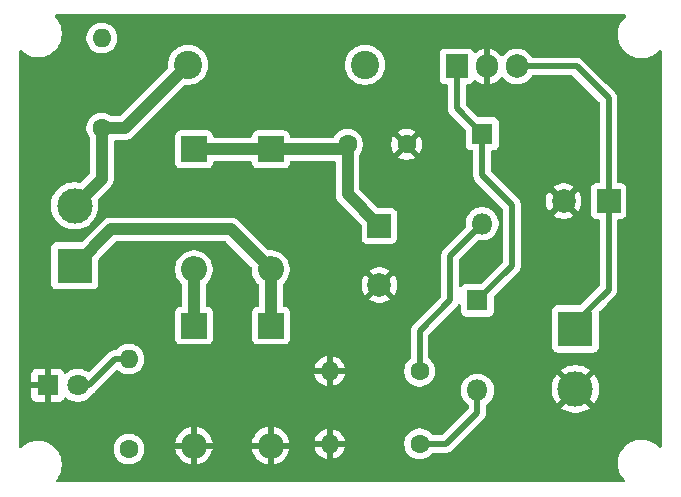
<source format=gbl>
%TF.GenerationSoftware,KiCad,Pcbnew,9.0.1*%
%TF.CreationDate,2025-08-15T11:03:48+05:00*%
%TF.ProjectId,transformerless_power_supply,7472616e-7366-46f7-926d-65726c657373,rev?*%
%TF.SameCoordinates,Original*%
%TF.FileFunction,Copper,L2,Bot*%
%TF.FilePolarity,Positive*%
%FSLAX46Y46*%
G04 Gerber Fmt 4.6, Leading zero omitted, Abs format (unit mm)*
G04 Created by KiCad (PCBNEW 9.0.1) date 2025-08-15 11:03:48*
%MOMM*%
%LPD*%
G01*
G04 APERTURE LIST*
%TA.AperFunction,ComponentPad*%
%ADD10O,1.600000X1.600000*%
%TD*%
%TA.AperFunction,ComponentPad*%
%ADD11C,1.600000*%
%TD*%
%TA.AperFunction,ComponentPad*%
%ADD12C,2.400000*%
%TD*%
%TA.AperFunction,ComponentPad*%
%ADD13R,1.800000X1.800000*%
%TD*%
%TA.AperFunction,ComponentPad*%
%ADD14O,1.800000X1.800000*%
%TD*%
%TA.AperFunction,ComponentPad*%
%ADD15R,2.200000X2.200000*%
%TD*%
%TA.AperFunction,ComponentPad*%
%ADD16O,2.200000X2.200000*%
%TD*%
%TA.AperFunction,ComponentPad*%
%ADD17R,2.000000X2.000000*%
%TD*%
%TA.AperFunction,ComponentPad*%
%ADD18C,2.000000*%
%TD*%
%TA.AperFunction,ComponentPad*%
%ADD19R,1.905000X2.000000*%
%TD*%
%TA.AperFunction,ComponentPad*%
%ADD20O,1.905000X2.000000*%
%TD*%
%TA.AperFunction,ComponentPad*%
%ADD21R,3.000000X3.000000*%
%TD*%
%TA.AperFunction,ComponentPad*%
%ADD22C,3.000000*%
%TD*%
%TA.AperFunction,ComponentPad*%
%ADD23C,1.800000*%
%TD*%
%TA.AperFunction,Conductor*%
%ADD24C,0.500000*%
%TD*%
%TA.AperFunction,Conductor*%
%ADD25C,1.000000*%
%TD*%
G04 APERTURE END LIST*
D10*
X139480000Y-109350000D03*
D11*
X147100000Y-109350000D03*
D12*
X127500000Y-77250000D03*
X142500000Y-77250000D03*
D13*
X152400000Y-83090000D03*
D14*
X152400000Y-90710000D03*
D15*
X134500000Y-99340000D03*
D16*
X134500000Y-109500000D03*
D11*
X122500000Y-109800000D03*
D10*
X122500000Y-102180000D03*
D17*
X143700000Y-90900000D03*
D18*
X143700000Y-95900000D03*
D11*
X141000000Y-84000000D03*
X146000000Y-84000000D03*
D19*
X150260000Y-77400000D03*
D20*
X152800000Y-77400000D03*
X155340000Y-77400000D03*
D21*
X160300000Y-99620000D03*
D22*
X160300000Y-104700000D03*
D13*
X115625000Y-104400000D03*
D23*
X118165000Y-104400000D03*
D15*
X134500000Y-84420000D03*
D16*
X134500000Y-94580000D03*
D21*
X117900000Y-94280000D03*
D22*
X117900000Y-89200000D03*
D15*
X128000000Y-84420000D03*
D16*
X128000000Y-94580000D03*
D11*
X147100000Y-103200000D03*
D10*
X139480000Y-103200000D03*
D17*
X163100000Y-88800000D03*
D18*
X159300000Y-88800000D03*
D15*
X128000000Y-99340000D03*
D16*
X128000000Y-109500000D03*
D11*
X120200000Y-82620000D03*
D10*
X120200000Y-75000000D03*
D13*
X152000000Y-97190000D03*
D14*
X152000000Y-104810000D03*
D24*
X152000000Y-106700000D02*
X149350000Y-109350000D01*
X149350000Y-109350000D02*
X147100000Y-109350000D01*
X152000000Y-97190000D02*
X154900000Y-94290000D01*
D25*
X141000000Y-88200000D02*
X143700000Y-90900000D01*
X134500000Y-84420000D02*
X140580000Y-84420000D01*
D24*
X154900000Y-94290000D02*
X154900000Y-89100000D01*
D25*
X140580000Y-84420000D02*
X141000000Y-84000000D01*
D24*
X152400000Y-83090000D02*
X152400000Y-86600000D01*
D25*
X128000000Y-84420000D02*
X134500000Y-84420000D01*
D24*
X150260000Y-80950000D02*
X152400000Y-83090000D01*
X154900000Y-89100000D02*
X152400000Y-86600000D01*
D25*
X141000000Y-84000000D02*
X141000000Y-88200000D01*
D24*
X150260000Y-77400000D02*
X150260000Y-80950000D01*
X160300000Y-99100000D02*
X160300000Y-99620000D01*
X163100000Y-88800000D02*
X163100000Y-96300000D01*
X155340000Y-77400000D02*
X160400000Y-77400000D01*
X163100000Y-80100000D02*
X163100000Y-88800000D01*
X160400000Y-77400000D02*
X163100000Y-80100000D01*
X163100000Y-96300000D02*
X160300000Y-99100000D01*
D25*
X128000000Y-94580000D02*
X128000000Y-99340000D01*
X120200000Y-82620000D02*
X122130000Y-82620000D01*
X120200000Y-82620000D02*
X120200000Y-86900000D01*
X120200000Y-86900000D02*
X117900000Y-89200000D01*
X122130000Y-82620000D02*
X127500000Y-77250000D01*
X117900000Y-94280000D02*
X120980000Y-91200000D01*
X120980000Y-91200000D02*
X124100000Y-91200000D01*
X134500000Y-99340000D02*
X134500000Y-94580000D01*
X123200000Y-91200000D02*
X131120000Y-91200000D01*
X131120000Y-91200000D02*
X134500000Y-94580000D01*
D24*
X149700000Y-93410000D02*
X149700000Y-97200000D01*
X147100000Y-99800000D02*
X147100000Y-103200000D01*
X152400000Y-90710000D02*
X149700000Y-93410000D01*
X149700000Y-97200000D02*
X147100000Y-99800000D01*
X152000000Y-104810000D02*
X152000000Y-106700000D01*
X121320000Y-102180000D02*
X122500000Y-102180000D01*
X119100000Y-104400000D02*
X121320000Y-102180000D01*
X118165000Y-104400000D02*
X119100000Y-104400000D01*
%TA.AperFunction,Conductor*%
G36*
X164533332Y-73020185D02*
G01*
X164579087Y-73072989D01*
X164589031Y-73142147D01*
X164560006Y-73205703D01*
X164553974Y-73212181D01*
X164390212Y-73375942D01*
X164390206Y-73375949D01*
X164230304Y-73584338D01*
X164098966Y-73811819D01*
X164098958Y-73811835D01*
X163998441Y-74054507D01*
X163930457Y-74308230D01*
X163930454Y-74308243D01*
X163896171Y-74568651D01*
X163896170Y-74568668D01*
X163896170Y-74831331D01*
X163896171Y-74831348D01*
X163930454Y-75091756D01*
X163930455Y-75091761D01*
X163930456Y-75091767D01*
X163952150Y-75172731D01*
X163998441Y-75345492D01*
X164098958Y-75588164D01*
X164098966Y-75588180D01*
X164162372Y-75698001D01*
X164230301Y-75815657D01*
X164230303Y-75815660D01*
X164230304Y-75815661D01*
X164390206Y-76024050D01*
X164390212Y-76024057D01*
X164575942Y-76209787D01*
X164575949Y-76209793D01*
X164620810Y-76244216D01*
X164784343Y-76369699D01*
X164930547Y-76454110D01*
X165011819Y-76501033D01*
X165011835Y-76501041D01*
X165104704Y-76539508D01*
X165254508Y-76601559D01*
X165508233Y-76669544D01*
X165768662Y-76703830D01*
X165768669Y-76703830D01*
X166031331Y-76703830D01*
X166031338Y-76703830D01*
X166291767Y-76669544D01*
X166545492Y-76601559D01*
X166736261Y-76522539D01*
X166788164Y-76501041D01*
X166788167Y-76501039D01*
X166788173Y-76501037D01*
X167015657Y-76369699D01*
X167224052Y-76209792D01*
X167300137Y-76133707D01*
X167387819Y-76046026D01*
X167449142Y-76012541D01*
X167518834Y-76017525D01*
X167574767Y-76059397D01*
X167599184Y-76124861D01*
X167599500Y-76133707D01*
X167599500Y-109566293D01*
X167579815Y-109633332D01*
X167527011Y-109679087D01*
X167457853Y-109689031D01*
X167394297Y-109660006D01*
X167387819Y-109653974D01*
X167224057Y-109490212D01*
X167224050Y-109490206D01*
X167015661Y-109330304D01*
X167015660Y-109330303D01*
X167015657Y-109330301D01*
X166876572Y-109250000D01*
X166788180Y-109198966D01*
X166788164Y-109198958D01*
X166545492Y-109098441D01*
X166537016Y-109096170D01*
X166291767Y-109030456D01*
X166291761Y-109030455D01*
X166291756Y-109030454D01*
X166031348Y-108996171D01*
X166031343Y-108996170D01*
X166031338Y-108996170D01*
X165768662Y-108996170D01*
X165768656Y-108996170D01*
X165768651Y-108996171D01*
X165508243Y-109030454D01*
X165508236Y-109030455D01*
X165508233Y-109030456D01*
X165452215Y-109045466D01*
X165254507Y-109098441D01*
X165011835Y-109198958D01*
X165011819Y-109198966D01*
X164784338Y-109330304D01*
X164575949Y-109490206D01*
X164575942Y-109490212D01*
X164390212Y-109675942D01*
X164390206Y-109675949D01*
X164230304Y-109884338D01*
X164098966Y-110111819D01*
X164098958Y-110111835D01*
X163998441Y-110354507D01*
X163930457Y-110608230D01*
X163930454Y-110608243D01*
X163896171Y-110868651D01*
X163896170Y-110868668D01*
X163896170Y-111131331D01*
X163896171Y-111131348D01*
X163930454Y-111391756D01*
X163930455Y-111391761D01*
X163930456Y-111391767D01*
X163978945Y-111572731D01*
X163998441Y-111645492D01*
X164098958Y-111888164D01*
X164098966Y-111888180D01*
X164156693Y-111988164D01*
X164230301Y-112115657D01*
X164230303Y-112115660D01*
X164230304Y-112115661D01*
X164390206Y-112324050D01*
X164390212Y-112324057D01*
X164453974Y-112387819D01*
X164487459Y-112449142D01*
X164482475Y-112518834D01*
X164440603Y-112574767D01*
X164375139Y-112599184D01*
X164366293Y-112599500D01*
X116426614Y-112599500D01*
X116359575Y-112579815D01*
X116313820Y-112527011D01*
X116303876Y-112457853D01*
X116328238Y-112400014D01*
X116401726Y-112304240D01*
X116469699Y-112215657D01*
X116601037Y-111988173D01*
X116612853Y-111959648D01*
X116622539Y-111936261D01*
X116701559Y-111745492D01*
X116769544Y-111491767D01*
X116803830Y-111231338D01*
X116803830Y-110968662D01*
X116769544Y-110708233D01*
X116701559Y-110454508D01*
X116637236Y-110299219D01*
X116601041Y-110211835D01*
X116601033Y-110211819D01*
X116544663Y-110114184D01*
X116469699Y-109984343D01*
X116406785Y-109902352D01*
X116309792Y-109775947D01*
X116231493Y-109697648D01*
X121199500Y-109697648D01*
X121199500Y-109902351D01*
X121231522Y-110104534D01*
X121294781Y-110299223D01*
X121322951Y-110354508D01*
X121377867Y-110462287D01*
X121387715Y-110481613D01*
X121508028Y-110647213D01*
X121652786Y-110791971D01*
X121758353Y-110868668D01*
X121818390Y-110912287D01*
X121929010Y-110968651D01*
X122000776Y-111005218D01*
X122000778Y-111005218D01*
X122000781Y-111005220D01*
X122105137Y-111039127D01*
X122195465Y-111068477D01*
X122270409Y-111080347D01*
X122397648Y-111100500D01*
X122397649Y-111100500D01*
X122602351Y-111100500D01*
X122602352Y-111100500D01*
X122804534Y-111068477D01*
X122999219Y-111005220D01*
X123181610Y-110912287D01*
X123274590Y-110844732D01*
X123347213Y-110791971D01*
X123347215Y-110791968D01*
X123347219Y-110791966D01*
X123491966Y-110647219D01*
X123491968Y-110647215D01*
X123491971Y-110647213D01*
X123544732Y-110574590D01*
X123612287Y-110481610D01*
X123705220Y-110299219D01*
X123768477Y-110104534D01*
X123800500Y-109902352D01*
X123800500Y-109697648D01*
X123768477Y-109495466D01*
X123754468Y-109452352D01*
X123738323Y-109402661D01*
X123705220Y-109300781D01*
X123705218Y-109300778D01*
X123705218Y-109300776D01*
X123679346Y-109250000D01*
X126419652Y-109250000D01*
X127509252Y-109250000D01*
X127487482Y-109287708D01*
X127450000Y-109427591D01*
X127450000Y-109572409D01*
X127487482Y-109712292D01*
X127509252Y-109750000D01*
X126419652Y-109750000D01*
X126439397Y-109874668D01*
X126439397Y-109874671D01*
X126517219Y-110114184D01*
X126631557Y-110338583D01*
X126779590Y-110542331D01*
X126779590Y-110542332D01*
X126957667Y-110720409D01*
X127161416Y-110868442D01*
X127385815Y-110982780D01*
X127625329Y-111060602D01*
X127750000Y-111080348D01*
X127750000Y-109990747D01*
X127787708Y-110012518D01*
X127927591Y-110050000D01*
X128072409Y-110050000D01*
X128212292Y-110012518D01*
X128250000Y-109990747D01*
X128250000Y-111080347D01*
X128374668Y-111060602D01*
X128374671Y-111060602D01*
X128614184Y-110982780D01*
X128838583Y-110868442D01*
X129042331Y-110720409D01*
X129042332Y-110720409D01*
X129220409Y-110542332D01*
X129220409Y-110542331D01*
X129368442Y-110338583D01*
X129482780Y-110114184D01*
X129560602Y-109874671D01*
X129560602Y-109874668D01*
X129580348Y-109750000D01*
X128490748Y-109750000D01*
X128512518Y-109712292D01*
X128550000Y-109572409D01*
X128550000Y-109427591D01*
X128512518Y-109287708D01*
X128490748Y-109250000D01*
X129580348Y-109250000D01*
X132919652Y-109250000D01*
X134009252Y-109250000D01*
X133987482Y-109287708D01*
X133950000Y-109427591D01*
X133950000Y-109572409D01*
X133987482Y-109712292D01*
X134009252Y-109750000D01*
X132919652Y-109750000D01*
X132939397Y-109874668D01*
X132939397Y-109874671D01*
X133017219Y-110114184D01*
X133131557Y-110338583D01*
X133279590Y-110542331D01*
X133279590Y-110542332D01*
X133457667Y-110720409D01*
X133661416Y-110868442D01*
X133885815Y-110982780D01*
X134125329Y-111060602D01*
X134250000Y-111080348D01*
X134250000Y-109990747D01*
X134287708Y-110012518D01*
X134427591Y-110050000D01*
X134572409Y-110050000D01*
X134712292Y-110012518D01*
X134750000Y-109990747D01*
X134750000Y-111080347D01*
X134874668Y-111060602D01*
X134874671Y-111060602D01*
X135114184Y-110982780D01*
X135338583Y-110868442D01*
X135542331Y-110720409D01*
X135542332Y-110720409D01*
X135720409Y-110542332D01*
X135720409Y-110542331D01*
X135868442Y-110338583D01*
X135982780Y-110114184D01*
X136060602Y-109874671D01*
X136060602Y-109874668D01*
X136080348Y-109750000D01*
X134990748Y-109750000D01*
X135012518Y-109712292D01*
X135050000Y-109572409D01*
X135050000Y-109427591D01*
X135012518Y-109287708D01*
X134990748Y-109250000D01*
X136080348Y-109250000D01*
X136065533Y-109156462D01*
X136065532Y-109156460D01*
X136060600Y-109125324D01*
X136052372Y-109100000D01*
X138203391Y-109100000D01*
X139164314Y-109100000D01*
X139159920Y-109104394D01*
X139107259Y-109195606D01*
X139080000Y-109297339D01*
X139080000Y-109402661D01*
X139107259Y-109504394D01*
X139159920Y-109595606D01*
X139164314Y-109600000D01*
X138203391Y-109600000D01*
X138212009Y-109654413D01*
X138275244Y-109849029D01*
X138368140Y-110031349D01*
X138488417Y-110196894D01*
X138488417Y-110196895D01*
X138633104Y-110341582D01*
X138798650Y-110461859D01*
X138980968Y-110554754D01*
X139175578Y-110617988D01*
X139230000Y-110626607D01*
X139230000Y-109665686D01*
X139234394Y-109670080D01*
X139325606Y-109722741D01*
X139427339Y-109750000D01*
X139532661Y-109750000D01*
X139634394Y-109722741D01*
X139725606Y-109670080D01*
X139730000Y-109665686D01*
X139730000Y-110626606D01*
X139784421Y-110617988D01*
X139979031Y-110554754D01*
X140161349Y-110461859D01*
X140326894Y-110341582D01*
X140326895Y-110341582D01*
X140471582Y-110196895D01*
X140471582Y-110196894D01*
X140591859Y-110031349D01*
X140684755Y-109849029D01*
X140747990Y-109654413D01*
X140756609Y-109600000D01*
X139795686Y-109600000D01*
X139800080Y-109595606D01*
X139852741Y-109504394D01*
X139880000Y-109402661D01*
X139880000Y-109297339D01*
X139866685Y-109247648D01*
X145799500Y-109247648D01*
X145799500Y-109452351D01*
X145831522Y-109654534D01*
X145894781Y-109849223D01*
X145937443Y-109932950D01*
X145972625Y-110001999D01*
X145987715Y-110031613D01*
X146108028Y-110197213D01*
X146252786Y-110341971D01*
X146407682Y-110454507D01*
X146418390Y-110462287D01*
X146534607Y-110521503D01*
X146600776Y-110555218D01*
X146600778Y-110555218D01*
X146600781Y-110555220D01*
X146705137Y-110589127D01*
X146795465Y-110618477D01*
X146896557Y-110634488D01*
X146997648Y-110650500D01*
X146997649Y-110650500D01*
X147202351Y-110650500D01*
X147202352Y-110650500D01*
X147404534Y-110618477D01*
X147599219Y-110555220D01*
X147781610Y-110462287D01*
X147917152Y-110363811D01*
X147947213Y-110341971D01*
X147947215Y-110341968D01*
X147947219Y-110341966D01*
X148091966Y-110197219D01*
X148094650Y-110193524D01*
X148125100Y-110151615D01*
X148180429Y-110108949D01*
X148225418Y-110100500D01*
X149423920Y-110100500D01*
X149521462Y-110081096D01*
X149568913Y-110071658D01*
X149705495Y-110015084D01*
X149754729Y-109982186D01*
X149828416Y-109932952D01*
X152582952Y-107178416D01*
X152632186Y-107104729D01*
X152665084Y-107055495D01*
X152721658Y-106918913D01*
X152750500Y-106773918D01*
X152750500Y-106059024D01*
X152770185Y-105991985D01*
X152801616Y-105958705D01*
X152912361Y-105878245D01*
X152912361Y-105878244D01*
X152912365Y-105878242D01*
X153068242Y-105722365D01*
X153197815Y-105544022D01*
X153297895Y-105347606D01*
X153366015Y-105137951D01*
X153400500Y-104920222D01*
X153400500Y-104699778D01*
X153379772Y-104568905D01*
X158300000Y-104568905D01*
X158300000Y-104831094D01*
X158334220Y-105091009D01*
X158334222Y-105091020D01*
X158402075Y-105344255D01*
X158502404Y-105586471D01*
X158502409Y-105586482D01*
X158633488Y-105813516D01*
X158633494Y-105813524D01*
X158720080Y-105926365D01*
X159614767Y-105031677D01*
X159626497Y-105059995D01*
X159709670Y-105184472D01*
X159815528Y-105290330D01*
X159940005Y-105373503D01*
X159968320Y-105385231D01*
X159073633Y-106279917D01*
X159073633Y-106279918D01*
X159186475Y-106366505D01*
X159186483Y-106366511D01*
X159413517Y-106497590D01*
X159413528Y-106497595D01*
X159655744Y-106597924D01*
X159908979Y-106665777D01*
X159908990Y-106665779D01*
X160168905Y-106699999D01*
X160168920Y-106700000D01*
X160431080Y-106700000D01*
X160431094Y-106699999D01*
X160691009Y-106665779D01*
X160691020Y-106665777D01*
X160944255Y-106597924D01*
X161186471Y-106497595D01*
X161186482Y-106497590D01*
X161413516Y-106366511D01*
X161413534Y-106366499D01*
X161526365Y-106279919D01*
X161526365Y-106279917D01*
X160631679Y-105385231D01*
X160659995Y-105373503D01*
X160784472Y-105290330D01*
X160890330Y-105184472D01*
X160973503Y-105059995D01*
X160985231Y-105031679D01*
X161879917Y-105926365D01*
X161879919Y-105926365D01*
X161966499Y-105813534D01*
X161966511Y-105813516D01*
X162097590Y-105586482D01*
X162097595Y-105586471D01*
X162197924Y-105344255D01*
X162265777Y-105091020D01*
X162265779Y-105091009D01*
X162299999Y-104831094D01*
X162300000Y-104831080D01*
X162300000Y-104568919D01*
X162299999Y-104568905D01*
X162265779Y-104308990D01*
X162265777Y-104308979D01*
X162197924Y-104055744D01*
X162097595Y-103813528D01*
X162097590Y-103813517D01*
X161966511Y-103586483D01*
X161966505Y-103586475D01*
X161879918Y-103473633D01*
X161879917Y-103473633D01*
X160985231Y-104368320D01*
X160973503Y-104340005D01*
X160890330Y-104215528D01*
X160784472Y-104109670D01*
X160659995Y-104026497D01*
X160631677Y-104014767D01*
X161526365Y-103120080D01*
X161413524Y-103033494D01*
X161413516Y-103033488D01*
X161186482Y-102902409D01*
X161186471Y-102902404D01*
X160944255Y-102802075D01*
X160691020Y-102734222D01*
X160691009Y-102734220D01*
X160431094Y-102700000D01*
X160168905Y-102700000D01*
X159908990Y-102734220D01*
X159908979Y-102734222D01*
X159655744Y-102802075D01*
X159413528Y-102902404D01*
X159413517Y-102902409D01*
X159186471Y-103033496D01*
X159073633Y-103120079D01*
X159073633Y-103120080D01*
X159968321Y-104014768D01*
X159940005Y-104026497D01*
X159815528Y-104109670D01*
X159709670Y-104215528D01*
X159626497Y-104340005D01*
X159614768Y-104368321D01*
X158720080Y-103473633D01*
X158720079Y-103473633D01*
X158633496Y-103586471D01*
X158502409Y-103813517D01*
X158502404Y-103813528D01*
X158402075Y-104055744D01*
X158334222Y-104308979D01*
X158334220Y-104308990D01*
X158300000Y-104568905D01*
X153379772Y-104568905D01*
X153366015Y-104482049D01*
X153366015Y-104482048D01*
X153297896Y-104272396D01*
X153297895Y-104272393D01*
X153235531Y-104150000D01*
X153197815Y-104075978D01*
X153181260Y-104053192D01*
X153068247Y-103897641D01*
X153068243Y-103897636D01*
X152912363Y-103741756D01*
X152912358Y-103741752D01*
X152734025Y-103612187D01*
X152734024Y-103612186D01*
X152734022Y-103612185D01*
X152656610Y-103572741D01*
X152537606Y-103512104D01*
X152537603Y-103512103D01*
X152327952Y-103443985D01*
X152219086Y-103426742D01*
X152110222Y-103409500D01*
X151889778Y-103409500D01*
X151817201Y-103420995D01*
X151672047Y-103443985D01*
X151462396Y-103512103D01*
X151462393Y-103512104D01*
X151265974Y-103612187D01*
X151087641Y-103741752D01*
X151087636Y-103741756D01*
X150931756Y-103897636D01*
X150931752Y-103897641D01*
X150802187Y-104075974D01*
X150702104Y-104272393D01*
X150702103Y-104272396D01*
X150633985Y-104482047D01*
X150611320Y-104625147D01*
X150599500Y-104699778D01*
X150599500Y-104920222D01*
X150609436Y-104982954D01*
X150633985Y-105137952D01*
X150702103Y-105347603D01*
X150702104Y-105347606D01*
X150732561Y-105407379D01*
X150801202Y-105542093D01*
X150802187Y-105544025D01*
X150931752Y-105722358D01*
X150931756Y-105722363D01*
X151087638Y-105878245D01*
X151198384Y-105958705D01*
X151241051Y-106014035D01*
X151249500Y-106059024D01*
X151249500Y-106337770D01*
X151229815Y-106404809D01*
X151213181Y-106425451D01*
X149075451Y-108563181D01*
X149014128Y-108596666D01*
X148987770Y-108599500D01*
X148225418Y-108599500D01*
X148158379Y-108579815D01*
X148125100Y-108548385D01*
X148091971Y-108502787D01*
X148091967Y-108502782D01*
X147947213Y-108358028D01*
X147781613Y-108237715D01*
X147781612Y-108237714D01*
X147781610Y-108237713D01*
X147724653Y-108208691D01*
X147599223Y-108144781D01*
X147404534Y-108081522D01*
X147229995Y-108053878D01*
X147202352Y-108049500D01*
X146997648Y-108049500D01*
X146973329Y-108053351D01*
X146795465Y-108081522D01*
X146600776Y-108144781D01*
X146418386Y-108237715D01*
X146252786Y-108358028D01*
X146108028Y-108502786D01*
X145987715Y-108668386D01*
X145894781Y-108850776D01*
X145831522Y-109045465D01*
X145799500Y-109247648D01*
X139866685Y-109247648D01*
X139852741Y-109195606D01*
X139800080Y-109104394D01*
X139795686Y-109100000D01*
X140756609Y-109100000D01*
X140747990Y-109045586D01*
X140684755Y-108850970D01*
X140591859Y-108668650D01*
X140471582Y-108503105D01*
X140471582Y-108503104D01*
X140326895Y-108358417D01*
X140161349Y-108238140D01*
X139979029Y-108145244D01*
X139784413Y-108082009D01*
X139730000Y-108073390D01*
X139730000Y-109034314D01*
X139725606Y-109029920D01*
X139634394Y-108977259D01*
X139532661Y-108950000D01*
X139427339Y-108950000D01*
X139325606Y-108977259D01*
X139234394Y-109029920D01*
X139230000Y-109034314D01*
X139230000Y-108073390D01*
X139175586Y-108082009D01*
X138980970Y-108145244D01*
X138798650Y-108238140D01*
X138633105Y-108358417D01*
X138633104Y-108358417D01*
X138488417Y-108503104D01*
X138488417Y-108503105D01*
X138368140Y-108668650D01*
X138275244Y-108850970D01*
X138212009Y-109045586D01*
X138203391Y-109100000D01*
X136052372Y-109100000D01*
X135982780Y-108885815D01*
X135868442Y-108661416D01*
X135720409Y-108457668D01*
X135720409Y-108457667D01*
X135542332Y-108279590D01*
X135338583Y-108131557D01*
X135114184Y-108017219D01*
X134874670Y-107939397D01*
X134750000Y-107919650D01*
X134750000Y-109009252D01*
X134712292Y-108987482D01*
X134572409Y-108950000D01*
X134427591Y-108950000D01*
X134287708Y-108987482D01*
X134250000Y-109009252D01*
X134250000Y-107919650D01*
X134125330Y-107939397D01*
X134125327Y-107939397D01*
X133885815Y-108017219D01*
X133661416Y-108131557D01*
X133457668Y-108279590D01*
X133457667Y-108279590D01*
X133279590Y-108457667D01*
X133279590Y-108457668D01*
X133131557Y-108661416D01*
X133017219Y-108885815D01*
X132939397Y-109125328D01*
X132939397Y-109125331D01*
X132919652Y-109250000D01*
X129580348Y-109250000D01*
X129560602Y-109125331D01*
X129560602Y-109125328D01*
X129482780Y-108885815D01*
X129368442Y-108661416D01*
X129220409Y-108457668D01*
X129220409Y-108457667D01*
X129042332Y-108279590D01*
X128838583Y-108131557D01*
X128614184Y-108017219D01*
X128374670Y-107939397D01*
X128250000Y-107919650D01*
X128250000Y-109009252D01*
X128212292Y-108987482D01*
X128072409Y-108950000D01*
X127927591Y-108950000D01*
X127787708Y-108987482D01*
X127750000Y-109009252D01*
X127750000Y-107919650D01*
X127625330Y-107939397D01*
X127625327Y-107939397D01*
X127385815Y-108017219D01*
X127161416Y-108131557D01*
X126957668Y-108279590D01*
X126957667Y-108279590D01*
X126779590Y-108457667D01*
X126779590Y-108457668D01*
X126631557Y-108661416D01*
X126517219Y-108885815D01*
X126439397Y-109125328D01*
X126439397Y-109125331D01*
X126419652Y-109250000D01*
X123679346Y-109250000D01*
X123671503Y-109234607D01*
X123612287Y-109118390D01*
X123569785Y-109059890D01*
X123491971Y-108952786D01*
X123347213Y-108808028D01*
X123181613Y-108687715D01*
X123181612Y-108687714D01*
X123181610Y-108687713D01*
X123124653Y-108658691D01*
X122999223Y-108594781D01*
X122804534Y-108531522D01*
X122623105Y-108502787D01*
X122602352Y-108499500D01*
X122397648Y-108499500D01*
X122376933Y-108502781D01*
X122195465Y-108531522D01*
X122000776Y-108594781D01*
X121818386Y-108687715D01*
X121652786Y-108808028D01*
X121508028Y-108952786D01*
X121387715Y-109118386D01*
X121294781Y-109300776D01*
X121231522Y-109495465D01*
X121199500Y-109697648D01*
X116231493Y-109697648D01*
X116124057Y-109590212D01*
X116124050Y-109590206D01*
X115915661Y-109430304D01*
X115915660Y-109430303D01*
X115915657Y-109430301D01*
X115824960Y-109377937D01*
X115688180Y-109298966D01*
X115688164Y-109298958D01*
X115445492Y-109198441D01*
X115434912Y-109195606D01*
X115191767Y-109130456D01*
X115191761Y-109130455D01*
X115191756Y-109130454D01*
X114931348Y-109096171D01*
X114931343Y-109096170D01*
X114931338Y-109096170D01*
X114668662Y-109096170D01*
X114668656Y-109096170D01*
X114668651Y-109096171D01*
X114408243Y-109130454D01*
X114408236Y-109130455D01*
X114408233Y-109130456D01*
X114311184Y-109156460D01*
X114154507Y-109198441D01*
X113911835Y-109298958D01*
X113911819Y-109298966D01*
X113684338Y-109430304D01*
X113475949Y-109590206D01*
X113475942Y-109590212D01*
X113412181Y-109653974D01*
X113350858Y-109687459D01*
X113281166Y-109682475D01*
X113225233Y-109640603D01*
X113200816Y-109575139D01*
X113200500Y-109566293D01*
X113200500Y-103452155D01*
X114225000Y-103452155D01*
X114225000Y-104150000D01*
X115249722Y-104150000D01*
X115205667Y-104226306D01*
X115175000Y-104340756D01*
X115175000Y-104459244D01*
X115205667Y-104573694D01*
X115249722Y-104650000D01*
X114225000Y-104650000D01*
X114225000Y-105347844D01*
X114231401Y-105407372D01*
X114231403Y-105407379D01*
X114281645Y-105542086D01*
X114281649Y-105542093D01*
X114367809Y-105657187D01*
X114367812Y-105657190D01*
X114482906Y-105743350D01*
X114482913Y-105743354D01*
X114617620Y-105793596D01*
X114617627Y-105793598D01*
X114677155Y-105799999D01*
X114677172Y-105800000D01*
X115375000Y-105800000D01*
X115375000Y-104775277D01*
X115451306Y-104819333D01*
X115565756Y-104850000D01*
X115684244Y-104850000D01*
X115798694Y-104819333D01*
X115875000Y-104775277D01*
X115875000Y-105800000D01*
X116572828Y-105800000D01*
X116572844Y-105799999D01*
X116632372Y-105793598D01*
X116632379Y-105793596D01*
X116767086Y-105743354D01*
X116767093Y-105743350D01*
X116882187Y-105657190D01*
X116882190Y-105657187D01*
X116968350Y-105542093D01*
X116968354Y-105542086D01*
X116998213Y-105462031D01*
X117040084Y-105406097D01*
X117105548Y-105381680D01*
X117173821Y-105396531D01*
X117202076Y-105417683D01*
X117252636Y-105468243D01*
X117252641Y-105468247D01*
X117356938Y-105544022D01*
X117430978Y-105597815D01*
X117547501Y-105657187D01*
X117627393Y-105697895D01*
X117627396Y-105697896D01*
X117702700Y-105722363D01*
X117837049Y-105766015D01*
X118054778Y-105800500D01*
X118054779Y-105800500D01*
X118275221Y-105800500D01*
X118275222Y-105800500D01*
X118492951Y-105766015D01*
X118702606Y-105697895D01*
X118899022Y-105597815D01*
X119077365Y-105468242D01*
X119233242Y-105312365D01*
X119362815Y-105134022D01*
X119362817Y-105134016D01*
X119362821Y-105134012D01*
X119365360Y-105129869D01*
X119366800Y-105130751D01*
X119374657Y-105122428D01*
X119383448Y-105105820D01*
X119402546Y-105092878D01*
X119409715Y-105085284D01*
X119411425Y-105084304D01*
X119417914Y-105080650D01*
X119455495Y-105065084D01*
X119504729Y-105032186D01*
X119578416Y-104982952D01*
X121433410Y-103127956D01*
X121494733Y-103094472D01*
X121564425Y-103099456D01*
X121608772Y-103127957D01*
X121652786Y-103171971D01*
X121786734Y-103269288D01*
X121818390Y-103292287D01*
X121934607Y-103351503D01*
X122000776Y-103385218D01*
X122000778Y-103385218D01*
X122000781Y-103385220D01*
X122094900Y-103415801D01*
X122195465Y-103448477D01*
X122296557Y-103464488D01*
X122397648Y-103480500D01*
X122397649Y-103480500D01*
X122602351Y-103480500D01*
X122602352Y-103480500D01*
X122804534Y-103448477D01*
X122999219Y-103385220D01*
X123004917Y-103382317D01*
X123161660Y-103302452D01*
X123161858Y-103302351D01*
X123181610Y-103292287D01*
X123305626Y-103202185D01*
X123347213Y-103171971D01*
X123347215Y-103171968D01*
X123347219Y-103171966D01*
X123491966Y-103027219D01*
X123548068Y-102950000D01*
X138203391Y-102950000D01*
X139164314Y-102950000D01*
X139159920Y-102954394D01*
X139107259Y-103045606D01*
X139080000Y-103147339D01*
X139080000Y-103252661D01*
X139107259Y-103354394D01*
X139159920Y-103445606D01*
X139164314Y-103450000D01*
X138203391Y-103450000D01*
X138212009Y-103504413D01*
X138275244Y-103699029D01*
X138368140Y-103881349D01*
X138488417Y-104046894D01*
X138488417Y-104046895D01*
X138633104Y-104191582D01*
X138798650Y-104311859D01*
X138980968Y-104404754D01*
X139175578Y-104467988D01*
X139230000Y-104476607D01*
X139230000Y-103515686D01*
X139234394Y-103520080D01*
X139325606Y-103572741D01*
X139427339Y-103600000D01*
X139532661Y-103600000D01*
X139634394Y-103572741D01*
X139725606Y-103520080D01*
X139730000Y-103515686D01*
X139730000Y-104476606D01*
X139784421Y-104467988D01*
X139979031Y-104404754D01*
X140161349Y-104311859D01*
X140326894Y-104191582D01*
X140326895Y-104191582D01*
X140471582Y-104046895D01*
X140471582Y-104046894D01*
X140591859Y-103881349D01*
X140684755Y-103699029D01*
X140747990Y-103504413D01*
X140756609Y-103450000D01*
X139795686Y-103450000D01*
X139800080Y-103445606D01*
X139852741Y-103354394D01*
X139880000Y-103252661D01*
X139880000Y-103147339D01*
X139866685Y-103097648D01*
X145799500Y-103097648D01*
X145799500Y-103302351D01*
X145831522Y-103504534D01*
X145894781Y-103699223D01*
X145987715Y-103881613D01*
X146108028Y-104047213D01*
X146252786Y-104191971D01*
X146363484Y-104272396D01*
X146418390Y-104312287D01*
X146534607Y-104371503D01*
X146600776Y-104405218D01*
X146600778Y-104405218D01*
X146600781Y-104405220D01*
X146705137Y-104439127D01*
X146795465Y-104468477D01*
X146881155Y-104482049D01*
X146997648Y-104500500D01*
X146997649Y-104500500D01*
X147202351Y-104500500D01*
X147202352Y-104500500D01*
X147404534Y-104468477D01*
X147599219Y-104405220D01*
X147781610Y-104312287D01*
X147899954Y-104226306D01*
X147947213Y-104191971D01*
X147947215Y-104191968D01*
X147947219Y-104191966D01*
X148091966Y-104047219D01*
X148091968Y-104047215D01*
X148091971Y-104047213D01*
X148162599Y-103950000D01*
X148212287Y-103881610D01*
X148305220Y-103699219D01*
X148368477Y-103504534D01*
X148400500Y-103302352D01*
X148400500Y-103097648D01*
X148384955Y-102999500D01*
X148368477Y-102895465D01*
X148337458Y-102800000D01*
X148305220Y-102700781D01*
X148305218Y-102700778D01*
X148305218Y-102700776D01*
X148212419Y-102518650D01*
X148212287Y-102518390D01*
X148204556Y-102507749D01*
X148091971Y-102352786D01*
X147947217Y-102208032D01*
X147947212Y-102208028D01*
X147901615Y-102174900D01*
X147858949Y-102119571D01*
X147850500Y-102074582D01*
X147850500Y-100162229D01*
X147870185Y-100095190D01*
X147886819Y-100074548D01*
X150282948Y-97678419D01*
X150282951Y-97678416D01*
X150365084Y-97555495D01*
X150365089Y-97555480D01*
X150366134Y-97553529D01*
X150366960Y-97552686D01*
X150368469Y-97550430D01*
X150368896Y-97550715D01*
X150415090Y-97503679D01*
X150483225Y-97488209D01*
X150548908Y-97512032D01*
X150591284Y-97567584D01*
X150599500Y-97611968D01*
X150599500Y-98137870D01*
X150599501Y-98137876D01*
X150605908Y-98197483D01*
X150656202Y-98332328D01*
X150656206Y-98332335D01*
X150742452Y-98447544D01*
X150742455Y-98447547D01*
X150857664Y-98533793D01*
X150857671Y-98533797D01*
X150992517Y-98584091D01*
X150992516Y-98584091D01*
X150999444Y-98584835D01*
X151052127Y-98590500D01*
X152947872Y-98590499D01*
X153007483Y-98584091D01*
X153142331Y-98533796D01*
X153257546Y-98447546D01*
X153343796Y-98332331D01*
X153394091Y-98197483D01*
X153400500Y-98137873D01*
X153400499Y-96902228D01*
X153420184Y-96835190D01*
X153436813Y-96814553D01*
X155482951Y-94768416D01*
X155565084Y-94645495D01*
X155621658Y-94508913D01*
X155650500Y-94363918D01*
X155650500Y-94216083D01*
X155650500Y-89026082D01*
X155650500Y-89026079D01*
X155621659Y-88881092D01*
X155621658Y-88881091D01*
X155621658Y-88881087D01*
X155588071Y-88800000D01*
X155565086Y-88744509D01*
X155565085Y-88744507D01*
X155565084Y-88744505D01*
X155523284Y-88681947D01*
X157800000Y-88681947D01*
X157800000Y-88918052D01*
X157836934Y-89151247D01*
X157909897Y-89375802D01*
X158017087Y-89586174D01*
X158077338Y-89669104D01*
X158077340Y-89669105D01*
X158817037Y-88929408D01*
X158834075Y-88992993D01*
X158899901Y-89107007D01*
X158992993Y-89200099D01*
X159107007Y-89265925D01*
X159170590Y-89282962D01*
X158430893Y-90022658D01*
X158513828Y-90082914D01*
X158724197Y-90190102D01*
X158948752Y-90263065D01*
X158948751Y-90263065D01*
X159181948Y-90300000D01*
X159418052Y-90300000D01*
X159651247Y-90263065D01*
X159875802Y-90190102D01*
X160086163Y-90082918D01*
X160086169Y-90082914D01*
X160169104Y-90022658D01*
X160169105Y-90022658D01*
X159429408Y-89282962D01*
X159492993Y-89265925D01*
X159607007Y-89200099D01*
X159700099Y-89107007D01*
X159765925Y-88992993D01*
X159782962Y-88929409D01*
X160522658Y-89669105D01*
X160522658Y-89669104D01*
X160582914Y-89586169D01*
X160582918Y-89586163D01*
X160690102Y-89375802D01*
X160763065Y-89151247D01*
X160800000Y-88918052D01*
X160800000Y-88681947D01*
X160763065Y-88448752D01*
X160690102Y-88224197D01*
X160582914Y-88013828D01*
X160522658Y-87930894D01*
X160522658Y-87930893D01*
X159782962Y-88670590D01*
X159765925Y-88607007D01*
X159700099Y-88492993D01*
X159607007Y-88399901D01*
X159492993Y-88334075D01*
X159429409Y-88317037D01*
X160169105Y-87577340D01*
X160169104Y-87577338D01*
X160086174Y-87517087D01*
X159875802Y-87409897D01*
X159651247Y-87336934D01*
X159651248Y-87336934D01*
X159418052Y-87300000D01*
X159181948Y-87300000D01*
X158948752Y-87336934D01*
X158724197Y-87409897D01*
X158513830Y-87517084D01*
X158430894Y-87577340D01*
X159170591Y-88317037D01*
X159107007Y-88334075D01*
X158992993Y-88399901D01*
X158899901Y-88492993D01*
X158834075Y-88607007D01*
X158817037Y-88670591D01*
X158077340Y-87930894D01*
X158017084Y-88013830D01*
X157909897Y-88224197D01*
X157836934Y-88448752D01*
X157800000Y-88681947D01*
X155523284Y-88681947D01*
X155517917Y-88673914D01*
X155517917Y-88673913D01*
X155482950Y-88621581D01*
X153186819Y-86325450D01*
X153153334Y-86264127D01*
X153150500Y-86237769D01*
X153150500Y-84614499D01*
X153170185Y-84547460D01*
X153222989Y-84501705D01*
X153274500Y-84490499D01*
X153347871Y-84490499D01*
X153347872Y-84490499D01*
X153407483Y-84484091D01*
X153542331Y-84433796D01*
X153657546Y-84347546D01*
X153743796Y-84232331D01*
X153794091Y-84097483D01*
X153800500Y-84037873D01*
X153800499Y-82142128D01*
X153794091Y-82082517D01*
X153743796Y-81947669D01*
X153743795Y-81947668D01*
X153743793Y-81947664D01*
X153657547Y-81832455D01*
X153657544Y-81832452D01*
X153542335Y-81746206D01*
X153542328Y-81746202D01*
X153407482Y-81695908D01*
X153407483Y-81695908D01*
X153347883Y-81689501D01*
X153347881Y-81689500D01*
X153347873Y-81689500D01*
X153347865Y-81689500D01*
X152112230Y-81689500D01*
X152045191Y-81669815D01*
X152024549Y-81653181D01*
X151046819Y-80675451D01*
X151013334Y-80614128D01*
X151010500Y-80587770D01*
X151010500Y-79024499D01*
X151030185Y-78957460D01*
X151082989Y-78911705D01*
X151134500Y-78900499D01*
X151260371Y-78900499D01*
X151260372Y-78900499D01*
X151319983Y-78894091D01*
X151454831Y-78843796D01*
X151570046Y-78757546D01*
X151656296Y-78642331D01*
X151666872Y-78613974D01*
X151708740Y-78558041D01*
X151774204Y-78533622D01*
X151842477Y-78548472D01*
X151855940Y-78556988D01*
X152038723Y-78689788D01*
X152242429Y-78793582D01*
X152459871Y-78864234D01*
X152550000Y-78878509D01*
X152550000Y-77890747D01*
X152587708Y-77912518D01*
X152727591Y-77950000D01*
X152872409Y-77950000D01*
X153012292Y-77912518D01*
X153050000Y-77890747D01*
X153050000Y-78878508D01*
X153140128Y-78864234D01*
X153357570Y-78793582D01*
X153561276Y-78689788D01*
X153746242Y-78555402D01*
X153907905Y-78393739D01*
X153969371Y-78309137D01*
X154024701Y-78266470D01*
X154094314Y-78260491D01*
X154156109Y-78293096D01*
X154170007Y-78309134D01*
X154231714Y-78394066D01*
X154393434Y-78555786D01*
X154578462Y-78690217D01*
X154710599Y-78757544D01*
X154782244Y-78794049D01*
X154999751Y-78864721D01*
X154999752Y-78864721D01*
X154999755Y-78864722D01*
X155225646Y-78900500D01*
X155225647Y-78900500D01*
X155454353Y-78900500D01*
X155454354Y-78900500D01*
X155680245Y-78864722D01*
X155680248Y-78864721D01*
X155680249Y-78864721D01*
X155897755Y-78794049D01*
X155897755Y-78794048D01*
X155897758Y-78794048D01*
X156101538Y-78690217D01*
X156286566Y-78555786D01*
X156448286Y-78394066D01*
X156582717Y-78209038D01*
X156582717Y-78209037D01*
X156585581Y-78205096D01*
X156586591Y-78205830D01*
X156634123Y-78162832D01*
X156688033Y-78150500D01*
X160037770Y-78150500D01*
X160104809Y-78170185D01*
X160125451Y-78186819D01*
X162313181Y-80374548D01*
X162346666Y-80435871D01*
X162349500Y-80462229D01*
X162349500Y-87175500D01*
X162329815Y-87242539D01*
X162277011Y-87288294D01*
X162225501Y-87299500D01*
X162052130Y-87299500D01*
X162052123Y-87299501D01*
X161992516Y-87305908D01*
X161857671Y-87356202D01*
X161857664Y-87356206D01*
X161742455Y-87442452D01*
X161742452Y-87442455D01*
X161656206Y-87557664D01*
X161656202Y-87557671D01*
X161605908Y-87692517D01*
X161599501Y-87752116D01*
X161599501Y-87752123D01*
X161599500Y-87752135D01*
X161599500Y-89847870D01*
X161599501Y-89847876D01*
X161605908Y-89907483D01*
X161656202Y-90042328D01*
X161656206Y-90042335D01*
X161742452Y-90157544D01*
X161742455Y-90157547D01*
X161857664Y-90243793D01*
X161857671Y-90243797D01*
X161900495Y-90259769D01*
X161992517Y-90294091D01*
X162052127Y-90300500D01*
X162225500Y-90300499D01*
X162292539Y-90320183D01*
X162338294Y-90372987D01*
X162349500Y-90424499D01*
X162349500Y-95937769D01*
X162329815Y-96004808D01*
X162313181Y-96025450D01*
X160755449Y-97583181D01*
X160694126Y-97616666D01*
X160667768Y-97619500D01*
X158752129Y-97619500D01*
X158752123Y-97619501D01*
X158692516Y-97625908D01*
X158557671Y-97676202D01*
X158557664Y-97676206D01*
X158442455Y-97762452D01*
X158442452Y-97762455D01*
X158356206Y-97877664D01*
X158356202Y-97877671D01*
X158305908Y-98012517D01*
X158299501Y-98072116D01*
X158299500Y-98072135D01*
X158299500Y-101167870D01*
X158299501Y-101167876D01*
X158305908Y-101227483D01*
X158356202Y-101362328D01*
X158356206Y-101362335D01*
X158442452Y-101477544D01*
X158442455Y-101477547D01*
X158557664Y-101563793D01*
X158557671Y-101563797D01*
X158692517Y-101614091D01*
X158692516Y-101614091D01*
X158699444Y-101614835D01*
X158752127Y-101620500D01*
X161847872Y-101620499D01*
X161907483Y-101614091D01*
X162042331Y-101563796D01*
X162157546Y-101477546D01*
X162243796Y-101362331D01*
X162294091Y-101227483D01*
X162300500Y-101167873D01*
X162300499Y-98212229D01*
X162320184Y-98145191D01*
X162336818Y-98124549D01*
X162973158Y-97488209D01*
X163682952Y-96778416D01*
X163732186Y-96704729D01*
X163765084Y-96655495D01*
X163821658Y-96518913D01*
X163850500Y-96373918D01*
X163850500Y-90424499D01*
X163870185Y-90357460D01*
X163922989Y-90311705D01*
X163974500Y-90300499D01*
X164147871Y-90300499D01*
X164147872Y-90300499D01*
X164207483Y-90294091D01*
X164342331Y-90243796D01*
X164457546Y-90157546D01*
X164543796Y-90042331D01*
X164594091Y-89907483D01*
X164600500Y-89847873D01*
X164600499Y-87752128D01*
X164594091Y-87692517D01*
X164590993Y-87684212D01*
X164543797Y-87557671D01*
X164543793Y-87557664D01*
X164457547Y-87442455D01*
X164457544Y-87442452D01*
X164342335Y-87356206D01*
X164342328Y-87356202D01*
X164207482Y-87305908D01*
X164207483Y-87305908D01*
X164147883Y-87299501D01*
X164147881Y-87299500D01*
X164147873Y-87299500D01*
X164147865Y-87299500D01*
X163974500Y-87299500D01*
X163907461Y-87279815D01*
X163861706Y-87227011D01*
X163850500Y-87175500D01*
X163850500Y-80026081D01*
X163844763Y-79997242D01*
X163844763Y-79997240D01*
X163821660Y-79881095D01*
X163821659Y-79881088D01*
X163767408Y-79750117D01*
X163765764Y-79745522D01*
X163682954Y-79621588D01*
X163682953Y-79621587D01*
X163682951Y-79621584D01*
X163578416Y-79517049D01*
X162905160Y-78843793D01*
X160878421Y-76817052D01*
X160878414Y-76817046D01*
X160804729Y-76767812D01*
X160804729Y-76767813D01*
X160755491Y-76734913D01*
X160618917Y-76678343D01*
X160618907Y-76678340D01*
X160473920Y-76649500D01*
X160473918Y-76649500D01*
X156688033Y-76649500D01*
X156620994Y-76629815D01*
X156586305Y-76594377D01*
X156585581Y-76594904D01*
X156582717Y-76590962D01*
X156448286Y-76405934D01*
X156286566Y-76244214D01*
X156101538Y-76109783D01*
X155976408Y-76046026D01*
X155897755Y-76005950D01*
X155680248Y-75935278D01*
X155494812Y-75905908D01*
X155454354Y-75899500D01*
X155225646Y-75899500D01*
X155185188Y-75905908D01*
X154999753Y-75935278D01*
X154999750Y-75935278D01*
X154782244Y-76005950D01*
X154578461Y-76109783D01*
X154512550Y-76157671D01*
X154393434Y-76244214D01*
X154393432Y-76244216D01*
X154393431Y-76244216D01*
X154231716Y-76405931D01*
X154231709Y-76405940D01*
X154170007Y-76490864D01*
X154114677Y-76533530D01*
X154045063Y-76539508D01*
X153983269Y-76506901D01*
X153969372Y-76490863D01*
X153907907Y-76406263D01*
X153907902Y-76406257D01*
X153746242Y-76244597D01*
X153561276Y-76110211D01*
X153357568Y-76006417D01*
X153140124Y-75935765D01*
X153050000Y-75921490D01*
X153050000Y-76909252D01*
X153012292Y-76887482D01*
X152872409Y-76850000D01*
X152727591Y-76850000D01*
X152587708Y-76887482D01*
X152550000Y-76909252D01*
X152550000Y-75921490D01*
X152549999Y-75921490D01*
X152459875Y-75935765D01*
X152242431Y-76006417D01*
X152038719Y-76110213D01*
X151855939Y-76243010D01*
X151790132Y-76266490D01*
X151722079Y-76250664D01*
X151673384Y-76200558D01*
X151666875Y-76186033D01*
X151656296Y-76157669D01*
X151656295Y-76157667D01*
X151656293Y-76157664D01*
X151570047Y-76042455D01*
X151570044Y-76042452D01*
X151454835Y-75956206D01*
X151454828Y-75956202D01*
X151319982Y-75905908D01*
X151319983Y-75905908D01*
X151260383Y-75899501D01*
X151260381Y-75899500D01*
X151260373Y-75899500D01*
X151260364Y-75899500D01*
X149259629Y-75899500D01*
X149259623Y-75899501D01*
X149200016Y-75905908D01*
X149065171Y-75956202D01*
X149065164Y-75956206D01*
X148949955Y-76042452D01*
X148949952Y-76042455D01*
X148863706Y-76157664D01*
X148863702Y-76157671D01*
X148813408Y-76292517D01*
X148807001Y-76352116D01*
X148807000Y-76352135D01*
X148807000Y-78447870D01*
X148807001Y-78447876D01*
X148813408Y-78507483D01*
X148863702Y-78642328D01*
X148863706Y-78642335D01*
X148949952Y-78757544D01*
X148949955Y-78757547D01*
X149065164Y-78843793D01*
X149065171Y-78843797D01*
X149110118Y-78860561D01*
X149200017Y-78894091D01*
X149259627Y-78900500D01*
X149385500Y-78900499D01*
X149452539Y-78920183D01*
X149498294Y-78972987D01*
X149509500Y-79024499D01*
X149509500Y-81023918D01*
X149509500Y-81023920D01*
X149509499Y-81023920D01*
X149538340Y-81168907D01*
X149538343Y-81168917D01*
X149594913Y-81305490D01*
X149594915Y-81305493D01*
X149604274Y-81319501D01*
X149677049Y-81428418D01*
X149677052Y-81428421D01*
X150963181Y-82714549D01*
X150996666Y-82775872D01*
X150999500Y-82802230D01*
X150999500Y-84037870D01*
X150999501Y-84037876D01*
X151005908Y-84097483D01*
X151056202Y-84232328D01*
X151056206Y-84232335D01*
X151142452Y-84347544D01*
X151142455Y-84347547D01*
X151257664Y-84433793D01*
X151257671Y-84433797D01*
X151302618Y-84450561D01*
X151392517Y-84484091D01*
X151452127Y-84490500D01*
X151525500Y-84490499D01*
X151592538Y-84510183D01*
X151638294Y-84562986D01*
X151649500Y-84614499D01*
X151649500Y-86673918D01*
X151649500Y-86673920D01*
X151649499Y-86673920D01*
X151678340Y-86818907D01*
X151678343Y-86818917D01*
X151734913Y-86955490D01*
X151734914Y-86955492D01*
X151763678Y-86998540D01*
X151763679Y-86998542D01*
X151817043Y-87078410D01*
X151817047Y-87078415D01*
X154113181Y-89374549D01*
X154146666Y-89435872D01*
X154149500Y-89462230D01*
X154149500Y-93927769D01*
X154129815Y-93994808D01*
X154113181Y-94015450D01*
X152375449Y-95753181D01*
X152314126Y-95786666D01*
X152287768Y-95789500D01*
X151052129Y-95789500D01*
X151052123Y-95789501D01*
X150992516Y-95795908D01*
X150857671Y-95846202D01*
X150857664Y-95846206D01*
X150742455Y-95932452D01*
X150742452Y-95932455D01*
X150673766Y-96024208D01*
X150617832Y-96066079D01*
X150548141Y-96071063D01*
X150486818Y-96037577D01*
X150453334Y-95976254D01*
X150450500Y-95949897D01*
X150450500Y-93772229D01*
X150470185Y-93705190D01*
X150486819Y-93684548D01*
X151239787Y-92931580D01*
X152047492Y-92123874D01*
X152108813Y-92090391D01*
X152154565Y-92089084D01*
X152289778Y-92110500D01*
X152289780Y-92110500D01*
X152510221Y-92110500D01*
X152510222Y-92110500D01*
X152727951Y-92076015D01*
X152937606Y-92007895D01*
X153134022Y-91907815D01*
X153312365Y-91778242D01*
X153468242Y-91622365D01*
X153597815Y-91444022D01*
X153697895Y-91247606D01*
X153766015Y-91037951D01*
X153800500Y-90820222D01*
X153800500Y-90599778D01*
X153766015Y-90382049D01*
X153697895Y-90172394D01*
X153697895Y-90172393D01*
X153652302Y-90082914D01*
X153597815Y-89975978D01*
X153507834Y-89852129D01*
X153468247Y-89797641D01*
X153468243Y-89797636D01*
X153312363Y-89641756D01*
X153312358Y-89641752D01*
X153134025Y-89512187D01*
X153134024Y-89512186D01*
X153134022Y-89512185D01*
X153035981Y-89462230D01*
X152937606Y-89412104D01*
X152937603Y-89412103D01*
X152727952Y-89343985D01*
X152619086Y-89326742D01*
X152510222Y-89309500D01*
X152289778Y-89309500D01*
X152217201Y-89320995D01*
X152072047Y-89343985D01*
X151862396Y-89412103D01*
X151862393Y-89412104D01*
X151665974Y-89512187D01*
X151487641Y-89641752D01*
X151487636Y-89641756D01*
X151331756Y-89797636D01*
X151331752Y-89797641D01*
X151202187Y-89975974D01*
X151102104Y-90172393D01*
X151102103Y-90172396D01*
X151033985Y-90382047D01*
X150999500Y-90599778D01*
X150999500Y-90820227D01*
X151020914Y-90955429D01*
X151011959Y-91024722D01*
X150986122Y-91062508D01*
X149117050Y-92931580D01*
X149117044Y-92931588D01*
X149067812Y-93005268D01*
X149067813Y-93005269D01*
X149034921Y-93054496D01*
X149034914Y-93054508D01*
X148978342Y-93191086D01*
X148978340Y-93191092D01*
X148949500Y-93336079D01*
X148949500Y-96837769D01*
X148929815Y-96904808D01*
X148913181Y-96925450D01*
X146517050Y-99321580D01*
X146517044Y-99321588D01*
X146467812Y-99395268D01*
X146467813Y-99395269D01*
X146434921Y-99444496D01*
X146434914Y-99444508D01*
X146378342Y-99581086D01*
X146378340Y-99581092D01*
X146349500Y-99726079D01*
X146349500Y-102074582D01*
X146329815Y-102141621D01*
X146298385Y-102174900D01*
X146252787Y-102208028D01*
X146252782Y-102208032D01*
X146108028Y-102352786D01*
X145987715Y-102518386D01*
X145894781Y-102700776D01*
X145831522Y-102895465D01*
X145799500Y-103097648D01*
X139866685Y-103097648D01*
X139852741Y-103045606D01*
X139800080Y-102954394D01*
X139795686Y-102950000D01*
X140756609Y-102950000D01*
X140747990Y-102895586D01*
X140684755Y-102700970D01*
X140591859Y-102518650D01*
X140471582Y-102353105D01*
X140471582Y-102353104D01*
X140326895Y-102208417D01*
X140161349Y-102088140D01*
X139979029Y-101995244D01*
X139784413Y-101932009D01*
X139730000Y-101923390D01*
X139730000Y-102884314D01*
X139725606Y-102879920D01*
X139634394Y-102827259D01*
X139532661Y-102800000D01*
X139427339Y-102800000D01*
X139325606Y-102827259D01*
X139234394Y-102879920D01*
X139230000Y-102884314D01*
X139230000Y-101923390D01*
X139175586Y-101932009D01*
X138980970Y-101995244D01*
X138798650Y-102088140D01*
X138633105Y-102208417D01*
X138633104Y-102208417D01*
X138488417Y-102353104D01*
X138488417Y-102353105D01*
X138368140Y-102518650D01*
X138275244Y-102700970D01*
X138212009Y-102895586D01*
X138203391Y-102950000D01*
X123548068Y-102950000D01*
X123612287Y-102861610D01*
X123705220Y-102679219D01*
X123768477Y-102484534D01*
X123800500Y-102282352D01*
X123800500Y-102077648D01*
X123768477Y-101875466D01*
X123705220Y-101680781D01*
X123705218Y-101680778D01*
X123705218Y-101680776D01*
X123662556Y-101597049D01*
X123612287Y-101498390D01*
X123597142Y-101477544D01*
X123491971Y-101332786D01*
X123347213Y-101188028D01*
X123181613Y-101067715D01*
X123181612Y-101067714D01*
X123181610Y-101067713D01*
X123124653Y-101038691D01*
X122999223Y-100974781D01*
X122804534Y-100911522D01*
X122629456Y-100883793D01*
X122602352Y-100879500D01*
X122397648Y-100879500D01*
X122373329Y-100883351D01*
X122195465Y-100911522D01*
X122000776Y-100974781D01*
X121818386Y-101067715D01*
X121652786Y-101188028D01*
X121508032Y-101332782D01*
X121508028Y-101332787D01*
X121474900Y-101378385D01*
X121419571Y-101421051D01*
X121374582Y-101429500D01*
X121246080Y-101429500D01*
X121101092Y-101458340D01*
X121101082Y-101458343D01*
X120964511Y-101514912D01*
X120964499Y-101514919D01*
X120891351Y-101563796D01*
X120891350Y-101563797D01*
X120841581Y-101597050D01*
X120841580Y-101597051D01*
X119169342Y-103269288D01*
X119108019Y-103302773D01*
X119038327Y-103297789D01*
X119008776Y-103281925D01*
X118899025Y-103202187D01*
X118899024Y-103202186D01*
X118899022Y-103202185D01*
X118791382Y-103147339D01*
X118702606Y-103102104D01*
X118702603Y-103102103D01*
X118492952Y-103033985D01*
X118384086Y-103016742D01*
X118275222Y-102999500D01*
X118054778Y-102999500D01*
X117982201Y-103010995D01*
X117837047Y-103033985D01*
X117627396Y-103102103D01*
X117627393Y-103102104D01*
X117430974Y-103202187D01*
X117252641Y-103331752D01*
X117252636Y-103331756D01*
X117202075Y-103382317D01*
X117140752Y-103415801D01*
X117071060Y-103410816D01*
X117015127Y-103368945D01*
X116998213Y-103337968D01*
X116968354Y-103257913D01*
X116968350Y-103257906D01*
X116882190Y-103142812D01*
X116882187Y-103142809D01*
X116767093Y-103056649D01*
X116767086Y-103056645D01*
X116632379Y-103006403D01*
X116632372Y-103006401D01*
X116572844Y-103000000D01*
X115875000Y-103000000D01*
X115875000Y-104024722D01*
X115798694Y-103980667D01*
X115684244Y-103950000D01*
X115565756Y-103950000D01*
X115451306Y-103980667D01*
X115375000Y-104024722D01*
X115375000Y-103000000D01*
X114677155Y-103000000D01*
X114617627Y-103006401D01*
X114617620Y-103006403D01*
X114482913Y-103056645D01*
X114482906Y-103056649D01*
X114367812Y-103142809D01*
X114367809Y-103142812D01*
X114281649Y-103257906D01*
X114281645Y-103257913D01*
X114231403Y-103392620D01*
X114231401Y-103392627D01*
X114225000Y-103452155D01*
X113200500Y-103452155D01*
X113200500Y-92732135D01*
X115899500Y-92732135D01*
X115899500Y-95827870D01*
X115899501Y-95827876D01*
X115905908Y-95887483D01*
X115956202Y-96022328D01*
X115956206Y-96022335D01*
X116042452Y-96137544D01*
X116042455Y-96137547D01*
X116157664Y-96223793D01*
X116157671Y-96223797D01*
X116292517Y-96274091D01*
X116292516Y-96274091D01*
X116299444Y-96274835D01*
X116352127Y-96280500D01*
X119447872Y-96280499D01*
X119507483Y-96274091D01*
X119642331Y-96223796D01*
X119757546Y-96137546D01*
X119843796Y-96022331D01*
X119894091Y-95887483D01*
X119900500Y-95827873D01*
X119900499Y-94454038D01*
X126399500Y-94454038D01*
X126399500Y-94705961D01*
X126438910Y-94954785D01*
X126516760Y-95194383D01*
X126631132Y-95418848D01*
X126779201Y-95622649D01*
X126779205Y-95622654D01*
X126960789Y-95804238D01*
X126959714Y-95805312D01*
X126994225Y-95858180D01*
X126999500Y-95893962D01*
X126999500Y-97615500D01*
X126979815Y-97682539D01*
X126927011Y-97728294D01*
X126875505Y-97739500D01*
X126852132Y-97739500D01*
X126852123Y-97739501D01*
X126792516Y-97745908D01*
X126657671Y-97796202D01*
X126657664Y-97796206D01*
X126542455Y-97882452D01*
X126542452Y-97882455D01*
X126456206Y-97997664D01*
X126456202Y-97997671D01*
X126405908Y-98132517D01*
X126399501Y-98192116D01*
X126399501Y-98192123D01*
X126399500Y-98192135D01*
X126399500Y-100487870D01*
X126399501Y-100487876D01*
X126405908Y-100547483D01*
X126456202Y-100682328D01*
X126456206Y-100682335D01*
X126542452Y-100797544D01*
X126542455Y-100797547D01*
X126657664Y-100883793D01*
X126657671Y-100883797D01*
X126792517Y-100934091D01*
X126792516Y-100934091D01*
X126799444Y-100934835D01*
X126852127Y-100940500D01*
X129147872Y-100940499D01*
X129207483Y-100934091D01*
X129342331Y-100883796D01*
X129457546Y-100797546D01*
X129543796Y-100682331D01*
X129594091Y-100547483D01*
X129600500Y-100487873D01*
X129600499Y-98192128D01*
X129594091Y-98132517D01*
X129543796Y-97997669D01*
X129543795Y-97997668D01*
X129543793Y-97997664D01*
X129457547Y-97882455D01*
X129457544Y-97882452D01*
X129342335Y-97796206D01*
X129342328Y-97796202D01*
X129207482Y-97745908D01*
X129207483Y-97745908D01*
X129147883Y-97739501D01*
X129147881Y-97739500D01*
X129147873Y-97739500D01*
X129147865Y-97739500D01*
X129124500Y-97739500D01*
X129057461Y-97719815D01*
X129011706Y-97667011D01*
X129000500Y-97615500D01*
X129000500Y-95893962D01*
X129020185Y-95826923D01*
X129039623Y-95804650D01*
X129039211Y-95804238D01*
X129090268Y-95753181D01*
X129220793Y-95622656D01*
X129368870Y-95418845D01*
X129483241Y-95194379D01*
X129561090Y-94954785D01*
X129600500Y-94705962D01*
X129600500Y-94454038D01*
X129561090Y-94205215D01*
X129483241Y-93965621D01*
X129483239Y-93965618D01*
X129483239Y-93965616D01*
X129441747Y-93884184D01*
X129368870Y-93741155D01*
X129308529Y-93658102D01*
X129220798Y-93537350D01*
X129220794Y-93537345D01*
X129042654Y-93359205D01*
X129042649Y-93359201D01*
X128838848Y-93211132D01*
X128838847Y-93211131D01*
X128838845Y-93211130D01*
X128768747Y-93175413D01*
X128614383Y-93096760D01*
X128374785Y-93018910D01*
X128288666Y-93005270D01*
X128125962Y-92979500D01*
X127874038Y-92979500D01*
X127749626Y-92999205D01*
X127625214Y-93018910D01*
X127385616Y-93096760D01*
X127161151Y-93211132D01*
X126957350Y-93359201D01*
X126957345Y-93359205D01*
X126779205Y-93537345D01*
X126779201Y-93537350D01*
X126631132Y-93741151D01*
X126516760Y-93965616D01*
X126438910Y-94205214D01*
X126399500Y-94454038D01*
X119900499Y-94454038D01*
X119900499Y-93745782D01*
X119920184Y-93678744D01*
X119936818Y-93658102D01*
X121358102Y-92236819D01*
X121419425Y-92203334D01*
X121445783Y-92200500D01*
X123101459Y-92200500D01*
X130654218Y-92200500D01*
X130721257Y-92220185D01*
X130741899Y-92236819D01*
X132863427Y-94358347D01*
X132896912Y-94419670D01*
X132898921Y-94449166D01*
X132899500Y-94449166D01*
X132899500Y-94705961D01*
X132938910Y-94954785D01*
X133016760Y-95194383D01*
X133131132Y-95418848D01*
X133279201Y-95622649D01*
X133279205Y-95622654D01*
X133460789Y-95804238D01*
X133459714Y-95805312D01*
X133494225Y-95858180D01*
X133499500Y-95893962D01*
X133499500Y-97615500D01*
X133479815Y-97682539D01*
X133427011Y-97728294D01*
X133375505Y-97739500D01*
X133352132Y-97739500D01*
X133352123Y-97739501D01*
X133292516Y-97745908D01*
X133157671Y-97796202D01*
X133157664Y-97796206D01*
X133042455Y-97882452D01*
X133042452Y-97882455D01*
X132956206Y-97997664D01*
X132956202Y-97997671D01*
X132905908Y-98132517D01*
X132899501Y-98192116D01*
X132899501Y-98192123D01*
X132899500Y-98192135D01*
X132899500Y-100487870D01*
X132899501Y-100487876D01*
X132905908Y-100547483D01*
X132956202Y-100682328D01*
X132956206Y-100682335D01*
X133042452Y-100797544D01*
X133042455Y-100797547D01*
X133157664Y-100883793D01*
X133157671Y-100883797D01*
X133292517Y-100934091D01*
X133292516Y-100934091D01*
X133299444Y-100934835D01*
X133352127Y-100940500D01*
X135647872Y-100940499D01*
X135707483Y-100934091D01*
X135842331Y-100883796D01*
X135957546Y-100797546D01*
X136043796Y-100682331D01*
X136094091Y-100547483D01*
X136100500Y-100487873D01*
X136100499Y-98192128D01*
X136094091Y-98132517D01*
X136043796Y-97997669D01*
X136043795Y-97997668D01*
X136043793Y-97997664D01*
X135957547Y-97882455D01*
X135957544Y-97882452D01*
X135842335Y-97796206D01*
X135842328Y-97796202D01*
X135707482Y-97745908D01*
X135707483Y-97745908D01*
X135647883Y-97739501D01*
X135647881Y-97739500D01*
X135647873Y-97739500D01*
X135647865Y-97739500D01*
X135624500Y-97739500D01*
X135557461Y-97719815D01*
X135511706Y-97667011D01*
X135500500Y-97615500D01*
X135500500Y-95893962D01*
X135509170Y-95864432D01*
X135515757Y-95834373D01*
X135519264Y-95830059D01*
X135520185Y-95826923D01*
X135536950Y-95806150D01*
X135541428Y-95801684D01*
X135542656Y-95800793D01*
X135561502Y-95781947D01*
X142200000Y-95781947D01*
X142200000Y-96018052D01*
X142236934Y-96251247D01*
X142309897Y-96475802D01*
X142417087Y-96686174D01*
X142477338Y-96769104D01*
X142477340Y-96769105D01*
X143217037Y-96029408D01*
X143234075Y-96092993D01*
X143299901Y-96207007D01*
X143392993Y-96300099D01*
X143507007Y-96365925D01*
X143570590Y-96382962D01*
X142830893Y-97122658D01*
X142913828Y-97182914D01*
X143124197Y-97290102D01*
X143348752Y-97363065D01*
X143348751Y-97363065D01*
X143581948Y-97400000D01*
X143818052Y-97400000D01*
X144051247Y-97363065D01*
X144275802Y-97290102D01*
X144486163Y-97182918D01*
X144486169Y-97182914D01*
X144569104Y-97122658D01*
X144569105Y-97122658D01*
X143829408Y-96382962D01*
X143892993Y-96365925D01*
X144007007Y-96300099D01*
X144100099Y-96207007D01*
X144165925Y-96092993D01*
X144182962Y-96029408D01*
X144922658Y-96769105D01*
X144922658Y-96769104D01*
X144982914Y-96686169D01*
X144982918Y-96686163D01*
X145090102Y-96475802D01*
X145163065Y-96251247D01*
X145200000Y-96018052D01*
X145200000Y-95781947D01*
X145163065Y-95548752D01*
X145090102Y-95324197D01*
X144982914Y-95113828D01*
X144922658Y-95030894D01*
X144922658Y-95030893D01*
X144182962Y-95770590D01*
X144165925Y-95707007D01*
X144100099Y-95592993D01*
X144007007Y-95499901D01*
X143892993Y-95434075D01*
X143829409Y-95417037D01*
X144569105Y-94677340D01*
X144569104Y-94677338D01*
X144486174Y-94617087D01*
X144275802Y-94509897D01*
X144051247Y-94436934D01*
X144051248Y-94436934D01*
X143818052Y-94400000D01*
X143581948Y-94400000D01*
X143348752Y-94436934D01*
X143124197Y-94509897D01*
X142913830Y-94617084D01*
X142830894Y-94677340D01*
X143570591Y-95417037D01*
X143507007Y-95434075D01*
X143392993Y-95499901D01*
X143299901Y-95592993D01*
X143234075Y-95707007D01*
X143217037Y-95770591D01*
X142477340Y-95030894D01*
X142417084Y-95113830D01*
X142309897Y-95324197D01*
X142236934Y-95548752D01*
X142200000Y-95781947D01*
X135561502Y-95781947D01*
X135720793Y-95622656D01*
X135868870Y-95418845D01*
X135983241Y-95194379D01*
X136061090Y-94954785D01*
X136100500Y-94705962D01*
X136100500Y-94454038D01*
X136061090Y-94205215D01*
X135983241Y-93965621D01*
X135983239Y-93965618D01*
X135983239Y-93965616D01*
X135941747Y-93884184D01*
X135868870Y-93741155D01*
X135808529Y-93658102D01*
X135720798Y-93537350D01*
X135720794Y-93537345D01*
X135542654Y-93359205D01*
X135542649Y-93359201D01*
X135338848Y-93211132D01*
X135338847Y-93211131D01*
X135338845Y-93211130D01*
X135268747Y-93175413D01*
X135114383Y-93096760D01*
X134874785Y-93018910D01*
X134788666Y-93005270D01*
X134625962Y-92979500D01*
X134374038Y-92979500D01*
X134369166Y-92979500D01*
X134369166Y-92977988D01*
X134307346Y-92964982D01*
X134278347Y-92943427D01*
X131901479Y-90566559D01*
X131901459Y-90566537D01*
X131757785Y-90422863D01*
X131757781Y-90422860D01*
X131593920Y-90313371D01*
X131593907Y-90313364D01*
X131471453Y-90262643D01*
X131471451Y-90262642D01*
X131464514Y-90259769D01*
X131411836Y-90237949D01*
X131315188Y-90218724D01*
X131310590Y-90217809D01*
X131310585Y-90217808D01*
X131218544Y-90199500D01*
X131218541Y-90199500D01*
X124198541Y-90199500D01*
X120881459Y-90199500D01*
X120881455Y-90199500D01*
X120789414Y-90217808D01*
X120789406Y-90217810D01*
X120784812Y-90218724D01*
X120688164Y-90237949D01*
X120635486Y-90259769D01*
X120628550Y-90262641D01*
X120628546Y-90262643D01*
X120506092Y-90313364D01*
X120506079Y-90313371D01*
X120403299Y-90382048D01*
X120342216Y-90422861D01*
X120342213Y-90422864D01*
X118521897Y-92243181D01*
X118460574Y-92276666D01*
X118434216Y-92279500D01*
X116352129Y-92279500D01*
X116352123Y-92279501D01*
X116292516Y-92285908D01*
X116157671Y-92336202D01*
X116157664Y-92336206D01*
X116042455Y-92422452D01*
X116042452Y-92422455D01*
X115956206Y-92537664D01*
X115956202Y-92537671D01*
X115905908Y-92672517D01*
X115899501Y-92732116D01*
X115899500Y-92732135D01*
X113200500Y-92732135D01*
X113200500Y-89068872D01*
X115899500Y-89068872D01*
X115899500Y-89331127D01*
X115926123Y-89533339D01*
X115933730Y-89591116D01*
X115989067Y-89797636D01*
X116001602Y-89844418D01*
X116001605Y-89844428D01*
X116101953Y-90086690D01*
X116101958Y-90086700D01*
X116233075Y-90313803D01*
X116392718Y-90521851D01*
X116392726Y-90521860D01*
X116578140Y-90707274D01*
X116578148Y-90707281D01*
X116786196Y-90866924D01*
X117013299Y-90998041D01*
X117013309Y-90998046D01*
X117255571Y-91098394D01*
X117255581Y-91098398D01*
X117508884Y-91166270D01*
X117768880Y-91200500D01*
X117768887Y-91200500D01*
X118031113Y-91200500D01*
X118031120Y-91200500D01*
X118291116Y-91166270D01*
X118544419Y-91098398D01*
X118786697Y-90998043D01*
X119013803Y-90866924D01*
X119221851Y-90707282D01*
X119221855Y-90707277D01*
X119221860Y-90707274D01*
X119407274Y-90521860D01*
X119407277Y-90521855D01*
X119407282Y-90521851D01*
X119566924Y-90313803D01*
X119698043Y-90086697D01*
X119798398Y-89844419D01*
X119866270Y-89591116D01*
X119900500Y-89331120D01*
X119900500Y-89068880D01*
X119866270Y-88808884D01*
X119850937Y-88751661D01*
X119852600Y-88681811D01*
X119883029Y-88631889D01*
X120837778Y-87677141D01*
X120837782Y-87677139D01*
X120977139Y-87537782D01*
X121086632Y-87373914D01*
X121093969Y-87356202D01*
X121144697Y-87233732D01*
X121162051Y-87191835D01*
X121200500Y-86998541D01*
X121200500Y-83744500D01*
X121220185Y-83677461D01*
X121272989Y-83631706D01*
X121324500Y-83620500D01*
X122228542Y-83620500D01*
X122259566Y-83614328D01*
X122325188Y-83601275D01*
X122421836Y-83582051D01*
X122475165Y-83559961D01*
X122603914Y-83506632D01*
X122767782Y-83397139D01*
X122892786Y-83272135D01*
X126399500Y-83272135D01*
X126399500Y-85567870D01*
X126399501Y-85567876D01*
X126405908Y-85627483D01*
X126456202Y-85762328D01*
X126456206Y-85762335D01*
X126542452Y-85877544D01*
X126542455Y-85877547D01*
X126657664Y-85963793D01*
X126657671Y-85963797D01*
X126792517Y-86014091D01*
X126792516Y-86014091D01*
X126799444Y-86014835D01*
X126852127Y-86020500D01*
X129147872Y-86020499D01*
X129207483Y-86014091D01*
X129342331Y-85963796D01*
X129457546Y-85877546D01*
X129543796Y-85762331D01*
X129594091Y-85627483D01*
X129600500Y-85567873D01*
X129600500Y-85544500D01*
X129620185Y-85477461D01*
X129672989Y-85431706D01*
X129724500Y-85420500D01*
X132775501Y-85420500D01*
X132842540Y-85440185D01*
X132888295Y-85492989D01*
X132899501Y-85544500D01*
X132899501Y-85567876D01*
X132905908Y-85627483D01*
X132956202Y-85762328D01*
X132956206Y-85762335D01*
X133042452Y-85877544D01*
X133042455Y-85877547D01*
X133157664Y-85963793D01*
X133157671Y-85963797D01*
X133292517Y-86014091D01*
X133292516Y-86014091D01*
X133299444Y-86014835D01*
X133352127Y-86020500D01*
X135647872Y-86020499D01*
X135707483Y-86014091D01*
X135842331Y-85963796D01*
X135957546Y-85877546D01*
X136043796Y-85762331D01*
X136094091Y-85627483D01*
X136100500Y-85567873D01*
X136100500Y-85544500D01*
X136120185Y-85477461D01*
X136172989Y-85431706D01*
X136224500Y-85420500D01*
X139875500Y-85420500D01*
X139942539Y-85440185D01*
X139988294Y-85492989D01*
X139999500Y-85544500D01*
X139999500Y-88298541D01*
X139999500Y-88298543D01*
X139999499Y-88298543D01*
X140037947Y-88491829D01*
X140037950Y-88491839D01*
X140113364Y-88673907D01*
X140113371Y-88673920D01*
X140222859Y-88837780D01*
X140222860Y-88837781D01*
X140222861Y-88837782D01*
X140362218Y-88977139D01*
X140362219Y-88977139D01*
X140369286Y-88984206D01*
X140369285Y-88984206D01*
X140369289Y-88984209D01*
X142163181Y-90778102D01*
X142196666Y-90839425D01*
X142199500Y-90865783D01*
X142199500Y-91947870D01*
X142199501Y-91947876D01*
X142205908Y-92007483D01*
X142256202Y-92142328D01*
X142256206Y-92142335D01*
X142342452Y-92257544D01*
X142342455Y-92257547D01*
X142457664Y-92343793D01*
X142457671Y-92343797D01*
X142592517Y-92394091D01*
X142592516Y-92394091D01*
X142599444Y-92394835D01*
X142652127Y-92400500D01*
X144747872Y-92400499D01*
X144807483Y-92394091D01*
X144942331Y-92343796D01*
X145057546Y-92257546D01*
X145143796Y-92142331D01*
X145194091Y-92007483D01*
X145200500Y-91947873D01*
X145200499Y-89852128D01*
X145194091Y-89792517D01*
X145148061Y-89669105D01*
X145143797Y-89657671D01*
X145143793Y-89657664D01*
X145057547Y-89542455D01*
X145057544Y-89542452D01*
X144942335Y-89456206D01*
X144942328Y-89456202D01*
X144807482Y-89405908D01*
X144807483Y-89405908D01*
X144747883Y-89399501D01*
X144747881Y-89399500D01*
X144747873Y-89399500D01*
X144747865Y-89399500D01*
X143665783Y-89399500D01*
X143598744Y-89379815D01*
X143578102Y-89363181D01*
X142036819Y-87821898D01*
X142003334Y-87760575D01*
X142000500Y-87734217D01*
X142000500Y-84875761D01*
X142020185Y-84808722D01*
X142024165Y-84802899D01*
X142112287Y-84681610D01*
X142205220Y-84499219D01*
X142268477Y-84304534D01*
X142300500Y-84102352D01*
X142300500Y-83897682D01*
X144700000Y-83897682D01*
X144700000Y-84102317D01*
X144732009Y-84304417D01*
X144795244Y-84499031D01*
X144888141Y-84681350D01*
X144888147Y-84681359D01*
X144920523Y-84725921D01*
X144920524Y-84725922D01*
X145600000Y-84046446D01*
X145600000Y-84052661D01*
X145627259Y-84154394D01*
X145679920Y-84245606D01*
X145754394Y-84320080D01*
X145845606Y-84372741D01*
X145947339Y-84400000D01*
X145953553Y-84400000D01*
X145274076Y-85079474D01*
X145318650Y-85111859D01*
X145500968Y-85204755D01*
X145695582Y-85267990D01*
X145897683Y-85300000D01*
X146102317Y-85300000D01*
X146304417Y-85267990D01*
X146499031Y-85204755D01*
X146681349Y-85111859D01*
X146725921Y-85079474D01*
X146046447Y-84400000D01*
X146052661Y-84400000D01*
X146154394Y-84372741D01*
X146245606Y-84320080D01*
X146320080Y-84245606D01*
X146372741Y-84154394D01*
X146400000Y-84052661D01*
X146400000Y-84046448D01*
X147079474Y-84725922D01*
X147079474Y-84725921D01*
X147111859Y-84681349D01*
X147204755Y-84499031D01*
X147267990Y-84304417D01*
X147300000Y-84102317D01*
X147300000Y-83897682D01*
X147267990Y-83695582D01*
X147204755Y-83500968D01*
X147111859Y-83318650D01*
X147079474Y-83274077D01*
X147079474Y-83274076D01*
X146400000Y-83953551D01*
X146400000Y-83947339D01*
X146372741Y-83845606D01*
X146320080Y-83754394D01*
X146245606Y-83679920D01*
X146154394Y-83627259D01*
X146052661Y-83600000D01*
X146046446Y-83600000D01*
X146725922Y-82920524D01*
X146725921Y-82920523D01*
X146681359Y-82888147D01*
X146681350Y-82888141D01*
X146499031Y-82795244D01*
X146304417Y-82732009D01*
X146102317Y-82700000D01*
X145897683Y-82700000D01*
X145695582Y-82732009D01*
X145500968Y-82795244D01*
X145318644Y-82888143D01*
X145274077Y-82920523D01*
X145274077Y-82920524D01*
X145953554Y-83600000D01*
X145947339Y-83600000D01*
X145845606Y-83627259D01*
X145754394Y-83679920D01*
X145679920Y-83754394D01*
X145627259Y-83845606D01*
X145600000Y-83947339D01*
X145600000Y-83953553D01*
X144920524Y-83274077D01*
X144920523Y-83274077D01*
X144888143Y-83318644D01*
X144795244Y-83500968D01*
X144732009Y-83695582D01*
X144700000Y-83897682D01*
X142300500Y-83897682D01*
X142300500Y-83897648D01*
X142292257Y-83845606D01*
X142268477Y-83695465D01*
X142207121Y-83506632D01*
X142205220Y-83500781D01*
X142205218Y-83500778D01*
X142205218Y-83500776D01*
X142158095Y-83408294D01*
X142112287Y-83318390D01*
X142080092Y-83274077D01*
X141991971Y-83152786D01*
X141847213Y-83008028D01*
X141681613Y-82887715D01*
X141681612Y-82887714D01*
X141681610Y-82887713D01*
X141624653Y-82858691D01*
X141499223Y-82794781D01*
X141304534Y-82731522D01*
X141129995Y-82703878D01*
X141102352Y-82699500D01*
X140897648Y-82699500D01*
X140873329Y-82703351D01*
X140695465Y-82731522D01*
X140500776Y-82794781D01*
X140318386Y-82887715D01*
X140152786Y-83008028D01*
X140008028Y-83152786D01*
X139887713Y-83318388D01*
X139870691Y-83351796D01*
X139822716Y-83402591D01*
X139760207Y-83419500D01*
X136224499Y-83419500D01*
X136157460Y-83399815D01*
X136111705Y-83347011D01*
X136100499Y-83295500D01*
X136100499Y-83272129D01*
X136100498Y-83272123D01*
X136100497Y-83272116D01*
X136094091Y-83212517D01*
X136043796Y-83077669D01*
X136043795Y-83077668D01*
X136043793Y-83077664D01*
X135957547Y-82962455D01*
X135957544Y-82962452D01*
X135842335Y-82876206D01*
X135842328Y-82876202D01*
X135707482Y-82825908D01*
X135707483Y-82825908D01*
X135647883Y-82819501D01*
X135647881Y-82819500D01*
X135647873Y-82819500D01*
X135647864Y-82819500D01*
X133352129Y-82819500D01*
X133352123Y-82819501D01*
X133292516Y-82825908D01*
X133157671Y-82876202D01*
X133157664Y-82876206D01*
X133042455Y-82962452D01*
X133042452Y-82962455D01*
X132956206Y-83077664D01*
X132956202Y-83077671D01*
X132905908Y-83212517D01*
X132901042Y-83257782D01*
X132899501Y-83272123D01*
X132899500Y-83272135D01*
X132899500Y-83295500D01*
X132879815Y-83362539D01*
X132827011Y-83408294D01*
X132775500Y-83419500D01*
X129724499Y-83419500D01*
X129657460Y-83399815D01*
X129611705Y-83347011D01*
X129600499Y-83295500D01*
X129600499Y-83272129D01*
X129600498Y-83272123D01*
X129600497Y-83272116D01*
X129594091Y-83212517D01*
X129543796Y-83077669D01*
X129543795Y-83077668D01*
X129543793Y-83077664D01*
X129457547Y-82962455D01*
X129457544Y-82962452D01*
X129342335Y-82876206D01*
X129342328Y-82876202D01*
X129207482Y-82825908D01*
X129207483Y-82825908D01*
X129147883Y-82819501D01*
X129147881Y-82819500D01*
X129147873Y-82819500D01*
X129147864Y-82819500D01*
X126852129Y-82819500D01*
X126852123Y-82819501D01*
X126792516Y-82825908D01*
X126657671Y-82876202D01*
X126657664Y-82876206D01*
X126542455Y-82962452D01*
X126542452Y-82962455D01*
X126456206Y-83077664D01*
X126456202Y-83077671D01*
X126405908Y-83212517D01*
X126401042Y-83257782D01*
X126399501Y-83272123D01*
X126399500Y-83272135D01*
X122892786Y-83272135D01*
X122907139Y-83257782D01*
X122907140Y-83257779D01*
X122914206Y-83250714D01*
X122914209Y-83250710D01*
X127191438Y-78973480D01*
X127252759Y-78939997D01*
X127295298Y-78938224D01*
X127381998Y-78949638D01*
X127388527Y-78950498D01*
X127388543Y-78950500D01*
X127388550Y-78950500D01*
X127611450Y-78950500D01*
X127611457Y-78950500D01*
X127832463Y-78921404D01*
X128047781Y-78863710D01*
X128253726Y-78778405D01*
X128446774Y-78666948D01*
X128623624Y-78531247D01*
X128781247Y-78373624D01*
X128916948Y-78196774D01*
X129028405Y-78003726D01*
X129113710Y-77797781D01*
X129171404Y-77582463D01*
X129200500Y-77361457D01*
X129200500Y-77138543D01*
X140799500Y-77138543D01*
X140799500Y-77361457D01*
X140799500Y-77361463D01*
X140799501Y-77361466D01*
X140828594Y-77582452D01*
X140828595Y-77582457D01*
X140828596Y-77582463D01*
X140828597Y-77582465D01*
X140886290Y-77797780D01*
X140886293Y-77797790D01*
X140949341Y-77950000D01*
X140971595Y-78003726D01*
X141083052Y-78196774D01*
X141083057Y-78196780D01*
X141083058Y-78196782D01*
X141218751Y-78373622D01*
X141218757Y-78373629D01*
X141376370Y-78531242D01*
X141376377Y-78531248D01*
X141411295Y-78558041D01*
X141553226Y-78666948D01*
X141746274Y-78778405D01*
X141952219Y-78863710D01*
X142167537Y-78921404D01*
X142388543Y-78950500D01*
X142388550Y-78950500D01*
X142611450Y-78950500D01*
X142611457Y-78950500D01*
X142832463Y-78921404D01*
X143047781Y-78863710D01*
X143253726Y-78778405D01*
X143446774Y-78666948D01*
X143623624Y-78531247D01*
X143781247Y-78373624D01*
X143916948Y-78196774D01*
X144028405Y-78003726D01*
X144113710Y-77797781D01*
X144171404Y-77582463D01*
X144200500Y-77361457D01*
X144200500Y-77138543D01*
X144171404Y-76917537D01*
X144113710Y-76702219D01*
X144028405Y-76496274D01*
X143916948Y-76303226D01*
X143827016Y-76186024D01*
X143781248Y-76126377D01*
X143781242Y-76126370D01*
X143623629Y-75968757D01*
X143623622Y-75968751D01*
X143446782Y-75833058D01*
X143446780Y-75833057D01*
X143446774Y-75833052D01*
X143253726Y-75721595D01*
X143253722Y-75721593D01*
X143047790Y-75636293D01*
X143047783Y-75636291D01*
X143047781Y-75636290D01*
X142832463Y-75578596D01*
X142832457Y-75578595D01*
X142832452Y-75578594D01*
X142611466Y-75549501D01*
X142611463Y-75549500D01*
X142611457Y-75549500D01*
X142388543Y-75549500D01*
X142388537Y-75549500D01*
X142388533Y-75549501D01*
X142167547Y-75578594D01*
X142167540Y-75578595D01*
X142167537Y-75578596D01*
X141952219Y-75636290D01*
X141952209Y-75636293D01*
X141746277Y-75721593D01*
X141746273Y-75721595D01*
X141553226Y-75833052D01*
X141553217Y-75833058D01*
X141376377Y-75968751D01*
X141376370Y-75968757D01*
X141218757Y-76126370D01*
X141218751Y-76126377D01*
X141083058Y-76303217D01*
X141083052Y-76303226D01*
X140971595Y-76496273D01*
X140971593Y-76496277D01*
X140886293Y-76702209D01*
X140886290Y-76702219D01*
X140846693Y-76850000D01*
X140828597Y-76917534D01*
X140828594Y-76917547D01*
X140799501Y-77138533D01*
X140799500Y-77138543D01*
X129200500Y-77138543D01*
X129171404Y-76917537D01*
X129113710Y-76702219D01*
X129028405Y-76496274D01*
X128916948Y-76303226D01*
X128827016Y-76186024D01*
X128781248Y-76126377D01*
X128781242Y-76126370D01*
X128623629Y-75968757D01*
X128623622Y-75968751D01*
X128446782Y-75833058D01*
X128446780Y-75833057D01*
X128446774Y-75833052D01*
X128253726Y-75721595D01*
X128253722Y-75721593D01*
X128047790Y-75636293D01*
X128047783Y-75636291D01*
X128047781Y-75636290D01*
X127832463Y-75578596D01*
X127832457Y-75578595D01*
X127832452Y-75578594D01*
X127611466Y-75549501D01*
X127611463Y-75549500D01*
X127611457Y-75549500D01*
X127388543Y-75549500D01*
X127388537Y-75549500D01*
X127388533Y-75549501D01*
X127167547Y-75578594D01*
X127167540Y-75578595D01*
X127167537Y-75578596D01*
X126952219Y-75636290D01*
X126952209Y-75636293D01*
X126746277Y-75721593D01*
X126746273Y-75721595D01*
X126553226Y-75833052D01*
X126553217Y-75833058D01*
X126376377Y-75968751D01*
X126376370Y-75968757D01*
X126218757Y-76126370D01*
X126218751Y-76126377D01*
X126083058Y-76303217D01*
X126083052Y-76303226D01*
X125971595Y-76496273D01*
X125971593Y-76496277D01*
X125886293Y-76702209D01*
X125886290Y-76702219D01*
X125846693Y-76850000D01*
X125828597Y-76917534D01*
X125828594Y-76917547D01*
X125799501Y-77138533D01*
X125799500Y-77138549D01*
X125799500Y-77361459D01*
X125811774Y-77454697D01*
X125801008Y-77523732D01*
X125776516Y-77558562D01*
X121751899Y-81583181D01*
X121690576Y-81616666D01*
X121664218Y-81619500D01*
X121075762Y-81619500D01*
X121008723Y-81599815D01*
X121002877Y-81595818D01*
X120881613Y-81507715D01*
X120881612Y-81507714D01*
X120881610Y-81507713D01*
X120824653Y-81478691D01*
X120699223Y-81414781D01*
X120504534Y-81351522D01*
X120329995Y-81323878D01*
X120302352Y-81319500D01*
X120097648Y-81319500D01*
X120073329Y-81323351D01*
X119895465Y-81351522D01*
X119700776Y-81414781D01*
X119518386Y-81507715D01*
X119352786Y-81628028D01*
X119208028Y-81772786D01*
X119087715Y-81938386D01*
X118994781Y-82120776D01*
X118931522Y-82315465D01*
X118899500Y-82517648D01*
X118899500Y-82722352D01*
X118900953Y-82731523D01*
X118931522Y-82924534D01*
X118994781Y-83119223D01*
X119072695Y-83272135D01*
X119087713Y-83301610D01*
X119175819Y-83422877D01*
X119199298Y-83488681D01*
X119199500Y-83495761D01*
X119199500Y-86434217D01*
X119179815Y-86501256D01*
X119163181Y-86521898D01*
X118468110Y-87216968D01*
X118406787Y-87250453D01*
X118348337Y-87249062D01*
X118323992Y-87242539D01*
X118291116Y-87233730D01*
X118247662Y-87228009D01*
X118031127Y-87199500D01*
X118031120Y-87199500D01*
X117768880Y-87199500D01*
X117768872Y-87199500D01*
X117537772Y-87229926D01*
X117508884Y-87233730D01*
X117263426Y-87299500D01*
X117255581Y-87301602D01*
X117255571Y-87301605D01*
X117013309Y-87401953D01*
X117013299Y-87401958D01*
X116786196Y-87533075D01*
X116578148Y-87692718D01*
X116392718Y-87878148D01*
X116233075Y-88086196D01*
X116101958Y-88313299D01*
X116101953Y-88313309D01*
X116001605Y-88555571D01*
X116001602Y-88555581D01*
X115936111Y-88800000D01*
X115933730Y-88808885D01*
X115899500Y-89068872D01*
X113200500Y-89068872D01*
X113200500Y-76133707D01*
X113220185Y-76066668D01*
X113272989Y-76020913D01*
X113342147Y-76010969D01*
X113405703Y-76039994D01*
X113412181Y-76046026D01*
X113475942Y-76109787D01*
X113475949Y-76109793D01*
X113594237Y-76200558D01*
X113684343Y-76269699D01*
X113827093Y-76352116D01*
X113911819Y-76401033D01*
X113911835Y-76401041D01*
X114042756Y-76455270D01*
X114154508Y-76501559D01*
X114408233Y-76569544D01*
X114668662Y-76603830D01*
X114668669Y-76603830D01*
X114931331Y-76603830D01*
X114931338Y-76603830D01*
X115191767Y-76569544D01*
X115445492Y-76501559D01*
X115636261Y-76422539D01*
X115688164Y-76401041D01*
X115688167Y-76401039D01*
X115688173Y-76401037D01*
X115915657Y-76269699D01*
X116124052Y-76109792D01*
X116309792Y-75924052D01*
X116469699Y-75715657D01*
X116601037Y-75488173D01*
X116606412Y-75475198D01*
X116647833Y-75375198D01*
X116701559Y-75245492D01*
X116769544Y-74991767D01*
X116781935Y-74897648D01*
X118899500Y-74897648D01*
X118899500Y-75102351D01*
X118931522Y-75304534D01*
X118994781Y-75499223D01*
X119087715Y-75681613D01*
X119208028Y-75847213D01*
X119352786Y-75991971D01*
X119455600Y-76066668D01*
X119518390Y-76112287D01*
X119607457Y-76157669D01*
X119700776Y-76205218D01*
X119700778Y-76205218D01*
X119700781Y-76205220D01*
X119805137Y-76239127D01*
X119895465Y-76268477D01*
X119996557Y-76284488D01*
X120097648Y-76300500D01*
X120097649Y-76300500D01*
X120302351Y-76300500D01*
X120302352Y-76300500D01*
X120504534Y-76268477D01*
X120699219Y-76205220D01*
X120881610Y-76112287D01*
X120981114Y-76039994D01*
X121047213Y-75991971D01*
X121047215Y-75991968D01*
X121047219Y-75991966D01*
X121191966Y-75847219D01*
X121191968Y-75847215D01*
X121191971Y-75847213D01*
X121244732Y-75774590D01*
X121312287Y-75681610D01*
X121405220Y-75499219D01*
X121468477Y-75304534D01*
X121500500Y-75102352D01*
X121500500Y-74897648D01*
X121468477Y-74695466D01*
X121405220Y-74500781D01*
X121405218Y-74500778D01*
X121405218Y-74500776D01*
X121358401Y-74408894D01*
X121312287Y-74318390D01*
X121304556Y-74307749D01*
X121191971Y-74152786D01*
X121047213Y-74008028D01*
X120881613Y-73887715D01*
X120881612Y-73887714D01*
X120881610Y-73887713D01*
X120824653Y-73858691D01*
X120699223Y-73794781D01*
X120504534Y-73731522D01*
X120329995Y-73703878D01*
X120302352Y-73699500D01*
X120097648Y-73699500D01*
X120073329Y-73703351D01*
X119895465Y-73731522D01*
X119700776Y-73794781D01*
X119518386Y-73887715D01*
X119352786Y-74008028D01*
X119208028Y-74152786D01*
X119087715Y-74318386D01*
X118994781Y-74500776D01*
X118931522Y-74695465D01*
X118899500Y-74897648D01*
X116781935Y-74897648D01*
X116803830Y-74731338D01*
X116803830Y-74468662D01*
X116769544Y-74208233D01*
X116701559Y-73954508D01*
X116642462Y-73811835D01*
X116601041Y-73711835D01*
X116601033Y-73711819D01*
X116527431Y-73584338D01*
X116469699Y-73484343D01*
X116309792Y-73275948D01*
X116309787Y-73275942D01*
X116246026Y-73212181D01*
X116212541Y-73150858D01*
X116217525Y-73081166D01*
X116259397Y-73025233D01*
X116324861Y-73000816D01*
X116333707Y-73000500D01*
X164466293Y-73000500D01*
X164533332Y-73020185D01*
G37*
%TD.AperFunction*%
M02*

</source>
